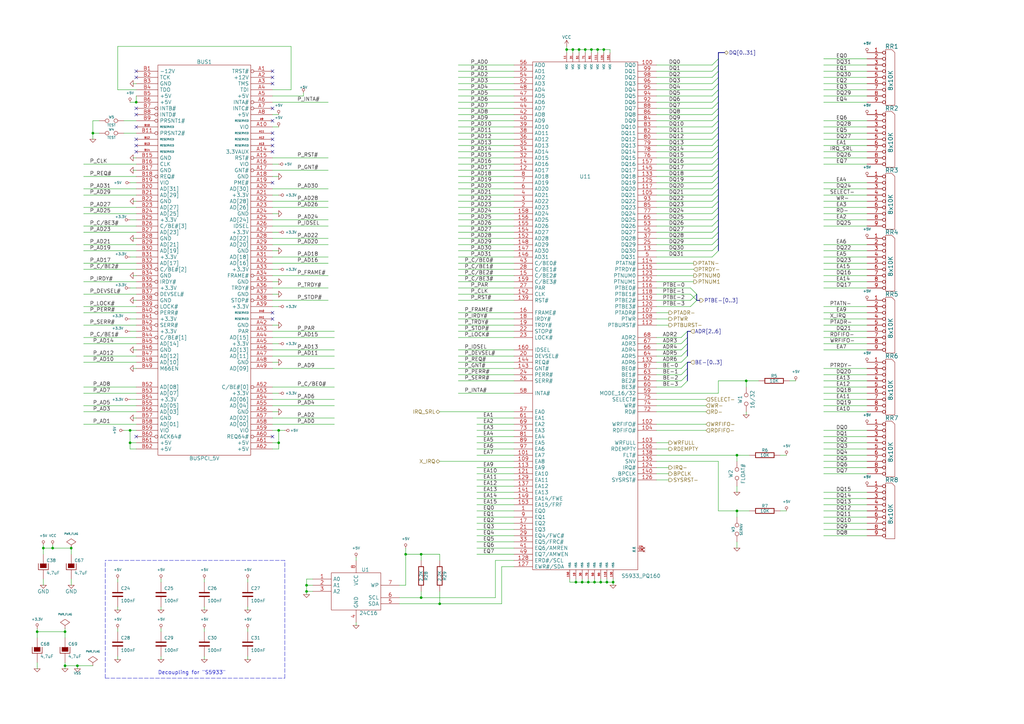
<source format=kicad_sch>
(kicad_sch (version 20231120) (generator "eeschema") (generator_version "8.0")
  (paper "A3")
  (title_block (title "Video") (date "Sun 22 Mar 2015") (rev "2.0B") (company "Kicad EDA") (comment 1 "Interface Bus PCI"))
  (junction (at 26.67 273.05) (diameter 0.9144))
  (junction (at 242.57 20.32))
  (junction (at 125.73 242.57) (diameter 0.9144))
  (junction (at 302.26 209.55) (diameter 0.9144))
  (junction (at 236.22 238.76))
  (junction (at 240.03 20.32))
  (junction (at 38.1 54.61) (diameter 0.9144))
  (junction (at 245.11 20.32))
  (junction (at 180.34 247.65) (diameter 0.9144))
  (junction (at 31.75 273.05) (diameter 0.9144))
  (junction (at 53.34 181.61) (diameter 0.9144))
  (junction (at 29.21 224.79) (diameter 0.9144))
  (junction (at 114.3 181.61) (diameter 0.9144))
  (junction (at 302.26 186.69) (diameter 0.9144))
  (junction (at 246.38 238.76))
  (junction (at 234.95 20.32))
  (junction (at 241.3 238.76))
  (junction (at 172.72 227.33) (diameter 0.9144))
  (junction (at 26.67 259.08) (diameter 0.9144))
  (junction (at 251.46 238.76))
  (junction (at 243.84 238.76))
  (junction (at 55.88 41.91) (diameter 0.9144))
  (junction (at 248.92 238.76))
  (junction (at 17.78 224.79) (diameter 0.9144))
  (junction (at 237.49 20.32))
  (junction (at 53.34 176.53) (diameter 0.9144))
  (junction (at 166.37 227.33) (diameter 0.9144))
  (junction (at 306.07 156.21) (diameter 0.9144))
  (junction (at 238.76 238.76))
  (junction (at 125.73 240.03) (diameter 0.9144))
  (junction (at 247.65 20.32))
  (junction (at 232.41 20.32))
  (junction (at 114.3 176.53) (diameter 0.9144))
  (junction (at 15.24 259.08) (diameter 0.9144))
  (junction (at 21.59 224.79) (diameter 0.9144))
  (junction (at 172.72 245.11) (diameter 0.9144))
  (no_connect (at 55.88 44.45))
  (no_connect (at 55.88 52.07))
  (no_connect (at 111.76 54.61))
  (no_connect (at 111.76 62.23))
  (no_connect (at 111.76 49.53))
  (no_connect (at 111.76 59.69))
  (no_connect (at 111.76 31.75))
  (no_connect (at 111.76 44.45))
  (no_connect (at 111.76 34.29))
  (no_connect (at 111.76 57.15))
  (no_connect (at 111.76 29.21))
  (no_connect (at 111.76 128.27))
  (no_connect (at 111.76 74.93))
  (no_connect (at 55.88 59.69))
  (no_connect (at 55.88 62.23))
  (no_connect (at 55.88 31.75))
  (no_connect (at 55.88 179.07))
  (no_connect (at 55.88 57.15))
  (no_connect (at 55.88 46.99))
  (no_connect (at 111.76 179.07))
  (no_connect (at 111.76 130.81))
  (no_connect (at 55.88 29.21))
  (bus_entry (at 279.4 146.05) (size 2.54 -2.54) (stroke (width 0.1524)))
  (bus_entry (at 292.1 77.47) (size 2.54 -2.54) (stroke (width 0.1524)))
  (bus_entry (at 292.1 29.21) (size 2.54 -2.54) (stroke (width 0.1524)))
  (bus_entry (at 292.1 62.23) (size 2.54 -2.54) (stroke (width 0.1524)))
  (bus_entry (at 292.1 87.63) (size 2.54 -2.54) (stroke (width 0.1524)))
  (bus_entry (at 292.1 26.67) (size 2.54 -2.54) (stroke (width 0.1524)))
  (bus_entry (at 292.1 80.01) (size 2.54 -2.54) (stroke (width 0.1524)))
  (bus_entry (at 292.1 39.37) (size 2.54 -2.54) (stroke (width 0.1524)))
  (bus_entry (at 292.1 49.53) (size 2.54 -2.54) (stroke (width 0.1524)))
  (bus_entry (at 292.1 102.87) (size 2.54 -2.54) (stroke (width 0.1524)))
  (bus_entry (at 292.1 36.83) (size 2.54 -2.54) (stroke (width 0.1524)))
  (bus_entry (at 279.4 148.59) (size 2.54 -2.54) (stroke (width 0.1524)))
  (bus_entry (at 283.21 120.65) (size 2.54 2.54) (stroke (width 0.1524)))
  (bus_entry (at 292.1 52.07) (size 2.54 -2.54) (stroke (width 0.1524)))
  (bus_entry (at 279.4 140.97) (size 2.54 -2.54) (stroke (width 0.1524)))
  (bus_entry (at 292.1 34.29) (size 2.54 -2.54) (stroke (width 0.1524)))
  (bus_entry (at 292.1 82.55) (size 2.54 -2.54) (stroke (width 0.1524)))
  (bus_entry (at 292.1 46.99) (size 2.54 -2.54) (stroke (width 0.1524)))
  (bus_entry (at 279.4 151.13) (size 2.54 -2.54) (stroke (width 0.1524)))
  (bus_entry (at 283.21 118.11) (size 2.54 2.54) (stroke (width 0.1524)))
  (bus_entry (at 292.1 85.09) (size 2.54 -2.54) (stroke (width 0.1524)))
  (bus_entry (at 279.4 156.21) (size 2.54 -2.54) (stroke (width 0.1524)))
  (bus_entry (at 292.1 67.31) (size 2.54 -2.54) (stroke (width 0.1524)))
  (bus_entry (at 292.1 95.25) (size 2.54 -2.54) (stroke (width 0.1524)))
  (bus_entry (at 292.1 41.91) (size 2.54 -2.54) (stroke (width 0.1524)))
  (bus_entry (at 292.1 74.93) (size 2.54 -2.54) (stroke (width 0.1524)))
  (bus_entry (at 283.21 123.19) (size 2.54 -2.54) (stroke (width 0.1524)))
  (bus_entry (at 292.1 64.77) (size 2.54 -2.54) (stroke (width 0.1524)))
  (bus_entry (at 292.1 92.71) (size 2.54 -2.54) (stroke (width 0.1524)))
  (bus_entry (at 292.1 69.85) (size 2.54 -2.54) (stroke (width 0.1524)))
  (bus_entry (at 279.4 153.67) (size 2.54 -2.54) (stroke (width 0.1524)))
  (bus_entry (at 283.21 125.73) (size 2.54 -2.54) (stroke (width 0.1524)))
  (bus_entry (at 292.1 54.61) (size 2.54 -2.54) (stroke (width 0.1524)))
  (bus_entry (at 279.4 138.43) (size 2.54 -2.54) (stroke (width 0.1524)))
  (bus_entry (at 292.1 105.41) (size 2.54 -2.54) (stroke (width 0.1524)))
  (bus_entry (at 292.1 31.75) (size 2.54 -2.54) (stroke (width 0.1524)))
  (bus_entry (at 292.1 59.69) (size 2.54 -2.54) (stroke (width 0.1524)))
  (bus_entry (at 292.1 57.15) (size 2.54 -2.54) (stroke (width 0.1524)))
  (bus_entry (at 292.1 72.39) (size 2.54 -2.54) (stroke (width 0.1524)))
  (bus_entry (at 292.1 100.33) (size 2.54 -2.54) (stroke (width 0.1524)))
  (bus_entry (at 279.4 143.51) (size 2.54 -2.54) (stroke (width 0.1524)))
  (bus_entry (at 279.4 158.75) (size 2.54 -2.54) (stroke (width 0.1524)))
  (bus_entry (at 292.1 90.17) (size 2.54 -2.54) (stroke (width 0.1524)))
  (bus_entry (at 292.1 44.45) (size 2.54 -2.54) (stroke (width 0.1524)))
  (bus_entry (at 292.1 97.79) (size 2.54 -2.54) (stroke (width 0.1524)))
  (wire (pts (xy 337.82 189.23) (xy 355.6 189.23)))
  (wire (pts (xy 269.24 151.13) (xy 279.4 151.13)))
  (wire (pts (xy 337.82 138.43) (xy 355.6 138.43)))
  (wire (pts (xy 240.03 20.32) (xy 240.03 21.59)))
  (wire (pts (xy 111.76 151.13) (xy 137.16 151.13)))
  (wire (pts (xy 269.24 173.99) (xy 289.56 173.99)))
  (wire (pts (xy 40.64 49.53) (xy 38.1 49.53)))
  (wire (pts (xy 48.26 248.92) (xy 48.26 250.19)))
  (wire (pts (xy 269.24 189.23) (xy 294.64 189.23)))
  (wire (pts (xy 195.58 191.77) (xy 210.82 191.77)))
  (wire (pts (xy 34.29 120.65) (xy 55.88 120.65)))
  (wire (pts (xy 269.24 196.85) (xy 274.32 196.85)))
  (wire (pts (xy 187.96 80.01) (xy 210.82 80.01)))
  (wire (pts (xy 269.24 72.39) (xy 292.1 72.39)))
  (wire (pts (xy 337.82 179.07) (xy 355.6 179.07)))
  (bus (pts (xy 294.64 21.59) (xy 294.64 24.13)))
  (wire (pts (xy 29.21 237.49) (xy 29.21 240.03)))
  (wire (pts (xy 38.1 54.61) (xy 40.64 54.61)))
  (wire (pts (xy 247.65 20.32) (xy 247.65 21.59)))
  (wire (pts (xy 203.2 245.11) (xy 203.2 229.87)))
  (wire (pts (xy 245.11 20.32) (xy 247.65 20.32)))
  (wire (pts (xy 250.19 20.32) (xy 250.19 21.59)))
  (wire (pts (xy 337.82 85.09) (xy 355.6 85.09)))
  (wire (pts (xy 337.82 52.07) (xy 355.6 52.07)))
  (wire (pts (xy 187.96 62.23) (xy 210.82 62.23)))
  (wire (pts (xy 17.78 224.79) (xy 17.78 227.33)))
  (wire (pts (xy 111.76 69.85) (xy 134.62 69.85)))
  (wire (pts (xy 111.76 41.91) (xy 134.62 41.91)))
  (wire (pts (xy 34.29 148.59) (xy 55.88 148.59)))
  (wire (pts (xy 26.67 259.08) (xy 26.67 261.62)))
  (wire (pts (xy 195.58 219.71) (xy 210.82 219.71)))
  (wire (pts (xy 111.76 72.39) (xy 114.3 72.39)))
  (wire (pts (xy 269.24 29.21) (xy 292.1 29.21)))
  (bus (pts (xy 281.94 148.59) (xy 281.94 151.13)))
  (wire (pts (xy 125.73 237.49) (xy 125.73 240.03)))
  (wire (pts (xy 302.26 186.69) (xy 307.34 186.69)))
  (wire (pts (xy 337.82 92.71) (xy 355.6 92.71)))
  (wire (pts (xy 195.58 196.85) (xy 210.82 196.85)))
  (wire (pts (xy 83.82 237.49) (xy 83.82 238.76)))
  (wire (pts (xy 337.82 204.47) (xy 355.6 204.47)))
  (wire (pts (xy 50.8 49.53) (xy 55.88 49.53)))
  (wire (pts (xy 111.76 100.33) (xy 134.62 100.33)))
  (bus (pts (xy 294.64 24.13) (xy 294.64 26.67)))
  (wire (pts (xy 34.29 115.57) (xy 55.88 115.57)))
  (wire (pts (xy 54.61 171.45) (xy 55.88 171.45)))
  (wire (pts (xy 246.38 237.49) (xy 246.38 238.76)))
  (wire (pts (xy 166.37 227.33) (xy 166.37 240.03)))
  (wire (pts (xy 337.82 57.15) (xy 355.6 57.15)))
  (wire (pts (xy 269.24 62.23) (xy 292.1 62.23)))
  (wire (pts (xy 34.29 72.39) (xy 55.88 72.39)))
  (wire (pts (xy 34.29 146.05) (xy 55.88 146.05)))
  (wire (pts (xy 187.96 54.61) (xy 210.82 54.61)))
  (wire (pts (xy 111.76 181.61) (xy 114.3 181.61)))
  (wire (pts (xy 101.6 257.81) (xy 101.6 259.08)))
  (wire (pts (xy 187.96 31.75) (xy 210.82 31.75)))
  (wire (pts (xy 187.96 113.03) (xy 210.82 113.03)))
  (wire (pts (xy 180.34 247.65) (xy 205.74 247.65)))
  (wire (pts (xy 187.96 105.41) (xy 210.82 105.41)))
  (wire (pts (xy 248.92 237.49) (xy 248.92 238.76)))
  (wire (pts (xy 337.82 207.01) (xy 355.6 207.01)))
  (bus (pts (xy 294.64 34.29) (xy 294.64 36.83)))
  (wire (pts (xy 53.34 135.89) (xy 55.88 135.89)))
  (wire (pts (xy 302.26 199.39) (xy 302.26 201.93)))
  (wire (pts (xy 195.58 176.53) (xy 210.82 176.53)))
  (wire (pts (xy 187.96 64.77) (xy 210.82 64.77)))
  (wire (pts (xy 54.61 97.79) (xy 55.88 97.79)))
  (wire (pts (xy 241.3 237.49) (xy 241.3 238.76)))
  (wire (pts (xy 111.76 80.01) (xy 114.3 80.01)))
  (wire (pts (xy 337.82 153.67) (xy 355.6 153.67)))
  (wire (pts (xy 337.82 59.69) (xy 355.6 59.69)))
  (wire (pts (xy 337.82 133.35) (xy 355.6 133.35)))
  (wire (pts (xy 232.41 20.32) (xy 232.41 21.59)))
  (wire (pts (xy 337.82 143.51) (xy 355.6 143.51)))
  (wire (pts (xy 66.04 250.19) (xy 66.04 248.92)))
  (wire (pts (xy 55.88 151.13) (xy 54.61 151.13)))
  (wire (pts (xy 172.72 227.33) (xy 180.34 227.33)))
  (wire (pts (xy 111.76 36.83) (xy 119.38 36.83)))
  (wire (pts (xy 187.96 115.57) (xy 210.82 115.57)))
  (wire (pts (xy 187.96 52.07) (xy 210.82 52.07)))
  (wire (pts (xy 55.88 123.19) (xy 54.61 123.19)))
  (wire (pts (xy 34.29 138.43) (xy 55.88 138.43)))
  (wire (pts (xy 236.22 238.76) (xy 238.76 238.76)))
  (wire (pts (xy 242.57 20.32) (xy 242.57 21.59)))
  (wire (pts (xy 111.76 163.83) (xy 137.16 163.83)))
  (wire (pts (xy 269.24 181.61) (xy 274.32 181.61)))
  (wire (pts (xy 269.24 100.33) (xy 292.1 100.33)))
  (wire (pts (xy 241.3 238.76) (xy 243.84 238.76)))
  (wire (pts (xy 232.41 20.32) (xy 234.95 20.32)))
  (wire (pts (xy 337.82 191.77) (xy 355.6 191.77)))
  (bus (pts (xy 294.64 80.01) (xy 294.64 82.55)))
  (wire (pts (xy 195.58 201.93) (xy 210.82 201.93)))
  (wire (pts (xy 187.96 156.21) (xy 210.82 156.21)))
  (wire (pts (xy 66.04 257.81) (xy 66.04 259.08)))
  (bus (pts (xy 294.64 44.45) (xy 294.64 46.99)))
  (wire (pts (xy 111.76 123.19) (xy 134.62 123.19)))
  (wire (pts (xy 111.76 85.09) (xy 134.62 85.09)))
  (wire (pts (xy 294.64 161.29) (xy 294.64 156.21)))
  (wire (pts (xy 163.83 247.65) (xy 180.34 247.65)))
  (wire (pts (xy 21.59 223.52) (xy 21.59 224.79)))
  (polyline (pts (xy 43.18 278.13) (xy 116.84 278.13)) (stroke (width 0) (type dash)))
  (wire (pts (xy 337.82 41.91) (xy 355.6 41.91)))
  (wire (pts (xy 337.82 110.49) (xy 355.6 110.49)))
  (wire (pts (xy 337.82 135.89) (xy 355.6 135.89)))
  (wire (pts (xy 26.67 273.05) (xy 31.75 273.05)))
  (wire (pts (xy 55.88 39.37) (xy 55.88 41.91)))
  (wire (pts (xy 34.29 110.49) (xy 55.88 110.49)))
  (wire (pts (xy 306.07 156.21) (xy 311.15 156.21)))
  (wire (pts (xy 269.24 82.55) (xy 292.1 82.55)))
  (wire (pts (xy 53.34 130.81) (xy 55.88 130.81)))
  (wire (pts (xy 111.76 52.07) (xy 114.3 52.07)))
  (wire (pts (xy 187.96 123.19) (xy 210.82 123.19)))
  (wire (pts (xy 21.59 224.79) (xy 29.21 224.79)))
  (wire (pts (xy 111.76 118.11) (xy 134.62 118.11)))
  (wire (pts (xy 210.82 229.87) (xy 203.2 229.87)))
  (wire (pts (xy 111.76 95.25) (xy 114.3 95.25)))
  (wire (pts (xy 125.73 240.03) (xy 125.73 242.57)))
  (wire (pts (xy 166.37 224.79) (xy 166.37 227.33)))
  (wire (pts (xy 323.85 156.21) (xy 326.39 156.21)))
  (bus (pts (xy 281.94 143.51) (xy 281.94 146.05)))
  (wire (pts (xy 269.24 128.27) (xy 274.32 128.27)))
  (wire (pts (xy 337.82 82.55) (xy 355.6 82.55)))
  (wire (pts (xy 111.76 138.43) (xy 137.16 138.43)))
  (wire (pts (xy 111.76 115.57) (xy 114.3 115.57)))
  (wire (pts (xy 34.29 95.25) (xy 55.88 95.25)))
  (wire (pts (xy 34.29 161.29) (xy 55.88 161.29)))
  (wire (pts (xy 337.82 49.53) (xy 355.6 49.53)))
  (wire (pts (xy 34.29 102.87) (xy 55.88 102.87)))
  (wire (pts (xy 111.76 87.63) (xy 114.3 87.63)))
  (wire (pts (xy 269.24 59.69) (xy 292.1 59.69)))
  (wire (pts (xy 269.24 107.95) (xy 284.48 107.95)))
  (wire (pts (xy 337.82 64.77) (xy 355.6 64.77)))
  (wire (pts (xy 48.26 19.05) (xy 119.38 19.05)))
  (wire (pts (xy 269.24 140.97) (xy 279.4 140.97)))
  (wire (pts (xy 269.24 148.59) (xy 279.4 148.59)))
  (wire (pts (xy 238.76 238.76) (xy 241.3 238.76)))
  (bus (pts (xy 294.64 77.47) (xy 294.64 80.01)))
  (wire (pts (xy 269.24 54.61) (xy 292.1 54.61)))
  (wire (pts (xy 232.41 19.05) (xy 232.41 20.32)))
  (bus (pts (xy 287.02 123.19) (xy 285.75 123.19)))
  (wire (pts (xy 302.26 186.69) (xy 302.26 189.23)))
  (wire (pts (xy 242.57 20.32) (xy 245.11 20.32)))
  (wire (pts (xy 187.96 59.69) (xy 210.82 59.69)))
  (wire (pts (xy 269.24 168.91) (xy 289.56 168.91)))
  (wire (pts (xy 337.82 156.21) (xy 355.6 156.21)))
  (wire (pts (xy 195.58 224.79) (xy 210.82 224.79)))
  (wire (pts (xy 111.76 173.99) (xy 137.16 173.99)))
  (bus (pts (xy 294.64 90.17) (xy 294.64 92.71)))
  (wire (pts (xy 114.3 176.53) (xy 114.3 181.61)))
  (wire (pts (xy 269.24 118.11) (xy 283.21 118.11)))
  (wire (pts (xy 187.96 130.81) (xy 210.82 130.81)))
  (wire (pts (xy 233.68 237.49) (xy 233.68 238.76)))
  (wire (pts (xy 34.29 168.91) (xy 55.88 168.91)))
  (wire (pts (xy 187.96 100.33) (xy 210.82 100.33)))
  (wire (pts (xy 302.26 222.25) (xy 302.26 224.79)))
  (wire (pts (xy 34.29 100.33) (xy 55.88 100.33)))
  (wire (pts (xy 111.76 46.99) (xy 114.3 46.99)))
  (wire (pts (xy 269.24 77.47) (xy 292.1 77.47)))
  (wire (pts (xy 269.24 67.31) (xy 292.1 67.31)))
  (wire (pts (xy 195.58 204.47) (xy 210.82 204.47)))
  (wire (pts (xy 55.88 34.29) (xy 54.61 34.29)))
  (bus (pts (xy 294.64 85.09) (xy 294.64 87.63)))
  (wire (pts (xy 34.29 107.95) (xy 55.88 107.95)))
  (wire (pts (xy 187.96 29.21) (xy 210.82 29.21)))
  (wire (pts (xy 187.96 85.09) (xy 210.82 85.09)))
  (wire (pts (xy 53.34 184.15) (xy 55.88 184.15)))
  (wire (pts (xy 269.24 57.15) (xy 292.1 57.15)))
  (wire (pts (xy 34.29 140.97) (xy 55.88 140.97)))
  (wire (pts (xy 234.95 20.32) (xy 234.95 21.59)))
  (wire (pts (xy 111.76 82.55) (xy 134.62 82.55)))
  (wire (pts (xy 269.24 87.63) (xy 292.1 87.63)))
  (wire (pts (xy 48.26 269.24) (xy 48.26 270.51)))
  (wire (pts (xy 125.73 242.57) (xy 125.73 243.84)))
  (wire (pts (xy 187.96 49.53) (xy 210.82 49.53)))
  (wire (pts (xy 337.82 214.63) (xy 355.6 214.63)))
  (wire (pts (xy 53.34 118.11) (xy 55.88 118.11)))
  (wire (pts (xy 111.76 113.03) (xy 134.62 113.03)))
  (wire (pts (xy 54.61 82.55) (xy 55.88 82.55)))
  (bus (pts (xy 294.64 54.61) (xy 294.64 57.15)))
  (wire (pts (xy 269.24 138.43) (xy 279.4 138.43)))
  (wire (pts (xy 269.24 163.83) (xy 289.56 163.83)))
  (wire (pts (xy 125.73 237.49) (xy 128.27 237.49)))
  (wire (pts (xy 187.96 97.79) (xy 210.82 97.79)))
  (wire (pts (xy 205.74 247.65) (xy 205.74 232.41)))
  (wire (pts (xy 187.96 146.05) (xy 210.82 146.05)))
  (wire (pts (xy 210.82 232.41) (xy 205.74 232.41)))
  (wire (pts (xy 195.58 179.07) (xy 210.82 179.07)))
  (bus (pts (xy 294.64 82.55) (xy 294.64 85.09)))
  (wire (pts (xy 66.04 238.76) (xy 66.04 237.49)))
  (wire (pts (xy 269.24 64.77) (xy 292.1 64.77)))
  (wire (pts (xy 187.96 26.67) (xy 210.82 26.67)))
  (wire (pts (xy 187.96 44.45) (xy 210.82 44.45)))
  (wire (pts (xy 269.24 36.83) (xy 292.1 36.83)))
  (wire (pts (xy 111.76 67.31) (xy 114.3 67.31)))
  (wire (pts (xy 187.96 128.27) (xy 210.82 128.27)))
  (wire (pts (xy 337.82 67.31) (xy 355.6 67.31)))
  (bus (pts (xy 294.64 52.07) (xy 294.64 54.61)))
  (wire (pts (xy 251.46 237.49) (xy 251.46 238.76)))
  (wire (pts (xy 111.76 102.87) (xy 114.3 102.87)))
  (wire (pts (xy 337.82 125.73) (xy 355.6 125.73)))
  (wire (pts (xy 187.96 87.63) (xy 210.82 87.63)))
  (wire (pts (xy 111.76 176.53) (xy 114.3 176.53)))
  (wire (pts (xy 240.03 20.32) (xy 242.57 20.32)))
  (wire (pts (xy 50.8 176.53) (xy 53.34 176.53)))
  (wire (pts (xy 180.34 189.23) (xy 210.82 189.23)))
  (wire (pts (xy 187.96 138.43) (xy 210.82 138.43)))
  (wire (pts (xy 187.96 110.49) (xy 210.82 110.49)))
  (wire (pts (xy 187.96 72.39) (xy 210.82 72.39)))
  (wire (pts (xy 195.58 171.45) (xy 210.82 171.45)))
  (wire (pts (xy 337.82 163.83) (xy 355.6 163.83)))
  (wire (pts (xy 269.24 191.77) (xy 274.32 191.77)))
  (wire (pts (xy 269.24 161.29) (xy 294.64 161.29)))
  (bus (pts (xy 294.64 57.15) (xy 294.64 59.69)))
  (wire (pts (xy 34.29 133.35) (xy 55.88 133.35)))
  (wire (pts (xy 243.84 238.76) (xy 246.38 238.76)))
  (wire (pts (xy 187.96 143.51) (xy 210.82 143.51)))
  (wire (pts (xy 101.6 237.49) (xy 101.6 238.76)))
  (wire (pts (xy 195.58 222.25) (xy 210.82 222.25)))
  (wire (pts (xy 320.04 209.55) (xy 322.58 209.55)))
  (wire (pts (xy 269.24 41.91) (xy 292.1 41.91)))
  (wire (pts (xy 187.96 74.93) (xy 210.82 74.93)))
  (wire (pts (xy 55.88 113.03) (xy 54.61 113.03)))
  (wire (pts (xy 111.76 133.35) (xy 114.3 133.35)))
  (wire (pts (xy 172.72 227.33) (xy 172.72 229.87)))
  (wire (pts (xy 269.24 92.71) (xy 292.1 92.71)))
  (wire (pts (xy 195.58 181.61) (xy 210.82 181.61)))
  (wire (pts (xy 246.38 238.76) (xy 248.92 238.76)))
  (wire (pts (xy 166.37 240.03) (xy 163.83 240.03)))
  (wire (pts (xy 187.96 148.59) (xy 210.82 148.59)))
  (wire (pts (xy 195.58 186.69) (xy 210.82 186.69)))
  (wire (pts (xy 55.88 36.83) (xy 48.26 36.83)))
  (wire (pts (xy 187.96 95.25) (xy 210.82 95.25)))
  (wire (pts (xy 54.61 143.51) (xy 55.88 143.51)))
  (wire (pts (xy 269.24 194.31) (xy 274.32 194.31)))
  (wire (pts (xy 34.29 173.99) (xy 55.88 173.99)))
  (wire (pts (xy 269.24 123.19) (xy 283.21 123.19)))
  (bus (pts (xy 294.64 67.31) (xy 294.64 69.85)))
  (wire (pts (xy 53.34 74.93) (xy 55.88 74.93)))
  (wire (pts (xy 187.96 46.99) (xy 210.82 46.99)))
  (wire (pts (xy 337.82 140.97) (xy 355.6 140.97)))
  (bus (pts (xy 294.64 31.75) (xy 294.64 34.29)))
  (bus (pts (xy 294.64 92.71) (xy 294.64 95.25)))
  (bus (pts (xy 281.94 148.59) (xy 283.21 148.59)))
  (wire (pts (xy 53.34 105.41) (xy 55.88 105.41)))
  (wire (pts (xy 180.34 227.33) (xy 180.34 229.87)))
  (wire (pts (xy 101.6 269.24) (xy 101.6 270.51)))
  (wire (pts (xy 111.76 92.71) (xy 134.62 92.71)))
  (wire (pts (xy 195.58 184.15) (xy 210.82 184.15)))
  (wire (pts (xy 269.24 97.79) (xy 292.1 97.79)))
  (wire (pts (xy 269.24 34.29) (xy 292.1 34.29)))
  (wire (pts (xy 195.58 207.01) (xy 210.82 207.01)))
  (wire (pts (xy 195.58 217.17) (xy 210.82 217.17)))
  (wire (pts (xy 251.46 238.76) (xy 251.46 240.03)))
  (bus (pts (xy 281.94 140.97) (xy 281.94 143.51)))
  (wire (pts (xy 48.26 257.81) (xy 48.26 259.08)))
  (bus (pts (xy 294.64 49.53) (xy 294.64 52.07)))
  (wire (pts (xy 337.82 161.29) (xy 355.6 161.29)))
  (wire (pts (xy 15.24 257.81) (xy 15.24 259.08)))
  (wire (pts (xy 195.58 199.39) (xy 210.82 199.39)))
  (wire (pts (xy 195.58 214.63) (xy 210.82 214.63)))
  (wire (pts (xy 269.24 39.37) (xy 292.1 39.37)))
  (wire (pts (xy 337.82 31.75) (xy 355.6 31.75)))
  (wire (pts (xy 26.67 273.05) (xy 26.67 274.32)))
  (wire (pts (xy 31.75 273.05) (xy 31.75 274.32)))
  (wire (pts (xy 269.24 166.37) (xy 289.56 166.37)))
  (wire (pts (xy 306.07 156.21) (xy 306.07 158.75)))
  (wire (pts (xy 269.24 69.85) (xy 292.1 69.85)))
  (wire (pts (xy 269.24 95.25) (xy 292.1 95.25)))
  (bus (pts (xy 294.64 72.39) (xy 294.64 74.93)))
  (wire (pts (xy 111.76 171.45) (xy 137.16 171.45)))
  (wire (pts (xy 111.76 158.75) (xy 137.16 158.75)))
  (wire (pts (xy 269.24 44.45) (xy 292.1 44.45)))
  (wire (pts (xy 269.24 153.67) (xy 279.4 153.67)))
  (wire (pts (xy 83.82 250.19) (xy 83.82 248.92)))
  (wire (pts (xy 166.37 227.33) (xy 172.72 227.33)))
  (wire (pts (xy 337.82 24.13) (xy 355.6 24.13)))
  (bus (pts (xy 294.64 36.83) (xy 294.64 39.37)))
  (bus (pts (xy 285.75 123.19) (xy 285.75 120.65)))
  (wire (pts (xy 187.96 41.91) (xy 210.82 41.91)))
  (wire (pts (xy 34.29 77.47) (xy 55.88 77.47)))
  (bus (pts (xy 294.64 29.21) (xy 294.64 31.75)))
  (wire (pts (xy 243.84 237.49) (xy 243.84 238.76)))
  (wire (pts (xy 187.96 39.37) (xy 210.82 39.37)))
  (bus (pts (xy 294.64 64.77) (xy 294.64 67.31)))
  (wire (pts (xy 187.96 34.29) (xy 210.82 34.29)))
  (bus (pts (xy 294.64 97.79) (xy 294.64 100.33)))
  (wire (pts (xy 111.76 143.51) (xy 137.16 143.51)))
  (wire (pts (xy 180.34 168.91) (xy 210.82 168.91)))
  (bus (pts (xy 294.64 87.63) (xy 294.64 90.17)))
  (bus (pts (xy 281.94 151.13) (xy 281.94 153.67)))
  (wire (pts (xy 15.24 259.08) (xy 26.67 259.08)))
  (wire (pts (xy 269.24 158.75) (xy 279.4 158.75)))
  (wire (pts (xy 187.96 92.71) (xy 210.82 92.71)))
  (wire (pts (xy 146.05 228.6) (xy 146.05 229.87)))
  (wire (pts (xy 294.64 189.23) (xy 294.64 209.55)))
  (wire (pts (xy 187.96 67.31) (xy 210.82 67.31)))
  (wire (pts (xy 269.24 130.81) (xy 274.32 130.81)))
  (wire (pts (xy 337.82 107.95) (xy 355.6 107.95)))
  (wire (pts (xy 337.82 158.75) (xy 355.6 158.75)))
  (wire (pts (xy 15.24 271.78) (xy 15.24 274.32)))
  (wire (pts (xy 269.24 90.17) (xy 292.1 90.17)))
  (wire (pts (xy 34.29 158.75) (xy 55.88 158.75)))
  (wire (pts (xy 111.76 39.37) (xy 124.46 39.37)))
  (wire (pts (xy 337.82 194.31) (xy 355.6 194.31)))
  (bus (pts (xy 281.94 153.67) (xy 281.94 156.21)))
  (wire (pts (xy 337.82 100.33) (xy 355.6 100.33)))
  (wire (pts (xy 111.76 64.77) (xy 134.62 64.77)))
  (wire (pts (xy 34.29 125.73) (xy 55.88 125.73)))
  (wire (pts (xy 269.24 113.03) (xy 284.48 113.03)))
  (wire (pts (xy 337.82 105.41) (xy 355.6 105.41)))
  (wire (pts (xy 146.05 255.27) (xy 146.05 256.54)))
  (wire (pts (xy 269.24 105.41) (xy 292.1 105.41)))
  (wire (pts (xy 306.07 170.18) (xy 306.07 168.91)))
  (wire (pts (xy 34.29 92.71) (xy 55.88 92.71)))
  (wire (pts (xy 163.83 245.11) (xy 172.72 245.11)))
  (wire (pts (xy 269.24 26.67) (xy 292.1 26.67)))
  (wire (pts (xy 34.29 80.01) (xy 55.88 80.01)))
  (wire (pts (xy 119.38 36.83) (xy 119.38 19.05)))
  (wire (pts (xy 53.34 176.53) (xy 53.34 181.61)))
  (wire (pts (xy 187.96 90.17) (xy 210.82 90.17)))
  (wire (pts (xy 187.96 151.13) (xy 210.82 151.13)))
  (wire (pts (xy 111.76 77.47) (xy 134.62 77.47)))
  (wire (pts (xy 233.68 238.76) (xy 236.22 238.76)))
  (wire (pts (xy 269.24 85.09) (xy 292.1 85.09)))
  (wire (pts (xy 269.24 110.49) (xy 284.48 110.49)))
  (wire (pts (xy 26.67 257.81) (xy 26.67 259.08)))
  (wire (pts (xy 172.72 245.11) (xy 203.2 245.11)))
  (wire (pts (xy 269.24 74.93) (xy 292.1 74.93)))
  (wire (pts (xy 187.96 118.11) (xy 210.82 118.11)))
  (wire (pts (xy 337.82 212.09) (xy 355.6 212.09)))
  (bus (pts (xy 281.94 138.43) (xy 281.94 140.97)))
  (bus (pts (xy 294.64 62.23) (xy 294.64 64.77)))
  (wire (pts (xy 114.3 176.53) (xy 116.84 176.53)))
  (wire (pts (xy 34.29 85.09) (xy 55.88 85.09)))
  (wire (pts (xy 29.21 224.79) (xy 29.21 227.33)))
  (wire (pts (xy 111.76 146.05) (xy 137.16 146.05)))
  (bus (pts (xy 294.64 21.59) (xy 297.18 21.59)))
  (wire (pts (xy 125.73 240.03) (xy 128.27 240.03)))
  (wire (pts (xy 111.76 166.37) (xy 137.16 166.37)))
  (wire (pts (xy 269.24 143.51) (xy 279.4 143.51)))
  (wire (pts (xy 337.82 102.87) (xy 355.6 102.87)))
  (bus (pts (xy 281.94 135.89) (xy 281.94 138.43)))
  (wire (pts (xy 66.04 269.24) (xy 66.04 270.51)))
  (wire (pts (xy 187.96 107.95) (xy 210.82 107.95)))
  (bus (pts (xy 294.64 74.93) (xy 294.64 77.47)))
  (wire (pts (xy 55.88 41.91) (xy 53.34 41.91)))
  (wire (pts (xy 111.76 125.73) (xy 114.3 125.73)))
  (bus (pts (xy 294.64 39.37) (xy 294.64 41.91)))
  (wire (pts (xy 269.24 80.01) (xy 292.1 80.01)))
  (wire (pts (xy 111.76 110.49) (xy 114.3 110.49)))
  (wire (pts (xy 180.34 242.57) (xy 180.34 247.65)))
  (wire (pts (xy 269.24 186.69) (xy 302.26 186.69)))
  (wire (pts (xy 195.58 173.99) (xy 210.82 173.99)))
  (wire (pts (xy 237.49 20.32) (xy 240.03 20.32)))
  (wire (pts (xy 15.24 259.08) (xy 15.24 261.62)))
  (wire (pts (xy 53.34 176.53) (xy 55.88 176.53)))
  (polyline (pts (xy 116.84 229.87) (xy 43.18 229.87)) (stroke (width 0) (type dash)))
  (wire (pts (xy 337.82 29.21) (xy 355.6 29.21)))
  (wire (pts (xy 337.82 62.23) (xy 355.6 62.23)))
  (wire (pts (xy 187.96 120.65) (xy 210.82 120.65)))
  (wire (pts (xy 337.82 128.27) (xy 355.6 128.27)))
  (wire (pts (xy 187.96 102.87) (xy 210.82 102.87)))
  (wire (pts (xy 83.82 269.24) (xy 83.82 270.51)))
  (wire (pts (xy 269.24 156.21) (xy 279.4 156.21)))
  (wire (pts (xy 187.96 135.89) (xy 210.82 135.89)))
  (wire (pts (xy 269.24 133.35) (xy 274.32 133.35)))
  (wire (pts (xy 269.24 102.87) (xy 292.1 102.87)))
  (wire (pts (xy 337.82 166.37) (xy 355.6 166.37)))
  (wire (pts (xy 83.82 259.08) (xy 83.82 257.81)))
  (wire (pts (xy 34.29 166.37) (xy 55.88 166.37)))
  (wire (pts (xy 269.24 52.07) (xy 292.1 52.07)))
  (wire (pts (xy 187.96 153.67) (xy 210.82 153.67)))
  (wire (pts (xy 337.82 74.93) (xy 355.6 74.93)))
  (wire (pts (xy 195.58 209.55) (xy 210.82 209.55)))
  (wire (pts (xy 114.3 184.15) (xy 111.76 184.15)))
  (wire (pts (xy 337.82 113.03) (xy 355.6 113.03)))
  (wire (pts (xy 187.96 57.15) (xy 210.82 57.15)))
  (wire (pts (xy 48.26 36.83) (xy 48.26 19.05)))
  (wire (pts (xy 337.82 118.11) (xy 355.6 118.11)))
  (wire (pts (xy 337.82 39.37) (xy 355.6 39.37)))
  (wire (pts (xy 187.96 69.85) (xy 210.82 69.85)))
  (wire (pts (xy 38.1 49.53) (xy 38.1 54.61)))
  (wire (pts (xy 195.58 212.09) (xy 210.82 212.09)))
  (wire (pts (xy 269.24 146.05) (xy 279.4 146.05)))
  (wire (pts (xy 302.26 209.55) (xy 302.26 212.09)))
  (wire (pts (xy 337.82 77.47) (xy 355.6 77.47)))
  (wire (pts (xy 125.73 242.57) (xy 128.27 242.57)))
  (wire (pts (xy 294.64 209.55) (xy 302.26 209.55)))
  (wire (pts (xy 111.76 135.89) (xy 137.16 135.89)))
  (wire (pts (xy 269.24 46.99) (xy 292.1 46.99)))
  (wire (pts (xy 187.96 77.47) (xy 210.82 77.47)))
  (wire (pts (xy 238.76 237.49) (xy 238.76 238.76)))
  (wire (pts (xy 111.76 161.29) (xy 114.3 161.29)))
  (wire (pts (xy 237.49 20.32) (xy 237.49 21.59)))
  (wire (pts (xy 53.34 181.61) (xy 53.34 184.15)))
  (wire (pts (xy 124.46 39.37) (xy 124.46 38.1)))
  (wire (pts (xy 111.76 168.91) (xy 114.3 168.91)))
  (bus (pts (xy 294.64 69.85) (xy 294.64 72.39)))
  (wire (pts (xy 245.11 20.32) (xy 245.11 21.59)))
  (wire (pts (xy 111.76 107.95) (xy 134.62 107.95)))
  (wire (pts (xy 101.6 250.19) (xy 101.6 248.92)))
  (wire (pts (xy 337.82 186.69) (xy 355.6 186.69)))
  (wire (pts (xy 269.24 125.73) (xy 283.21 125.73)))
  (wire (pts (xy 337.82 184.15) (xy 355.6 184.15)))
  (wire (pts (xy 111.76 90.17) (xy 134.62 90.17)))
  (wire (pts (xy 195.58 194.31) (xy 210.82 194.31)))
  (polyline (pts (xy 116.84 278.13) (xy 116.84 229.87)) (stroke (width 0) (type dash)))
  (wire (pts (xy 320.04 186.69) (xy 322.58 186.69)))
  (wire (pts (xy 234.95 20.32) (xy 237.49 20.32)))
  (wire (pts (xy 54.61 69.85) (xy 55.88 69.85)))
  (wire (pts (xy 195.58 227.33) (xy 210.82 227.33)))
  (wire (pts (xy 17.78 237.49) (xy 17.78 240.03)))
  (wire (pts (xy 294.64 156.21) (xy 306.07 156.21)))
  (wire (pts (xy 269.24 184.15) (xy 274.32 184.15)))
  (polyline (pts (xy 43.18 278.13) (xy 43.18 229.87)) (stroke (width 0) (type dash)))
  (wire (pts (xy 337.82 80.01) (xy 355.6 80.01)))
  (wire (pts (xy 337.82 181.61) (xy 355.6 181.61)))
  (wire (pts (xy 34.29 128.27) (xy 55.88 128.27)))
  (wire (pts (xy 53.34 163.83) (xy 55.88 163.83)))
  (bus (pts (xy 294.64 59.69) (xy 294.64 62.23)))
  (wire (pts (xy 111.76 120.65) (xy 114.3 120.65)))
  (wire (pts (xy 31.75 273.05) (xy 38.1 273.05)))
  (wire (pts (xy 55.88 64.77) (xy 54.61 64.77)))
  (wire (pts (xy 17.78 224.79) (xy 21.59 224.79)))
  (wire (pts (xy 269.24 120.65) (xy 283.21 120.65)))
  (wire (pts (xy 111.76 97.79) (xy 134.62 97.79)))
  (bus (pts (xy 294.64 26.67) (xy 294.64 29.21)))
  (bus (pts (xy 294.64 100.33) (xy 294.64 102.87)))
  (wire (pts (xy 247.65 20.32) (xy 250.19 20.32)))
  (wire (pts (xy 337.82 168.91) (xy 355.6 168.91)))
  (wire (pts (xy 337.82 176.53) (xy 355.6 176.53)))
  (wire (pts (xy 111.76 148.59) (xy 114.3 148.59)))
  (wire (pts (xy 337.82 151.13) (xy 355.6 151.13)))
  (wire (pts (xy 337.82 34.29) (xy 355.6 34.29)))
  (wire (pts (xy 34.29 87.63) (xy 55.88 87.63)))
  (bus (pts (xy 294.64 41.91) (xy 294.64 44.45)))
  (wire (pts (xy 38.1 54.61) (xy 38.1 57.15)))
  (wire (pts (xy 34.29 67.31) (xy 55.88 67.31)))
  (wire (pts (xy 187.96 36.83) (xy 210.82 36.83)))
  (wire (pts (xy 53.34 181.61) (xy 55.88 181.61)))
  (wire (pts (xy 48.26 237.49) (xy 48.26 238.76)))
  (wire (pts (xy 269.24 49.53) (xy 292.1 49.53)))
  (wire (pts (xy 53.34 90.17) (xy 55.88 90.17)))
  (wire (pts (xy 337.82 201.93) (xy 355.6 201.93)))
  (wire (pts (xy 337.82 130.81) (xy 355.6 130.81)))
  (wire (pts (xy 337.82 90.17) (xy 355.6 90.17)))
  (wire (pts (xy 236.22 237.49) (xy 236.22 238.76)))
  (wire (pts (xy 337.82 219.71) (xy 355.6 219.71)))
  (wire (pts (xy 187.96 161.29) (xy 210.82 161.29)))
  (wire (pts (xy 111.76 105.41) (xy 134.62 105.41)))
  (wire (pts (xy 187.96 82.55) (xy 210.82 82.55)))
  (wire (pts (xy 337.82 36.83) (xy 355.6 36.83)))
  (wire (pts (xy 114.3 181.61) (xy 114.3 184.15)))
  (bus (pts (xy 281.94 135.89) (xy 283.21 135.89)))
  (wire (pts (xy 269.24 115.57) (xy 284.48 115.57)))
  (wire (pts (xy 302.26 209.55) (xy 307.34 209.55)))
  (wire (pts (xy 337.82 217.17) (xy 355.6 217.17)))
  (wire (pts (xy 111.76 140.97) (xy 114.3 140.97)))
  (wire (pts (xy 269.24 31.75) (xy 292.1 31.75)))
  (wire (pts (xy 337.82 115.57) (xy 355.6 115.57)))
  (wire (pts (xy 337.82 54.61) (xy 355.6 54.61)))
  (wire (pts (xy 17.78 223.52) (xy 17.78 224.79)))
  (wire (pts (xy 337.82 26.67) (xy 355.6 26.67)))
  (wire (pts (xy 337.82 209.55) (xy 355.6 209.55)))
  (wire (pts (xy 26.67 271.78) (xy 26.67 273.05)))
  (wire (pts (xy 172.72 242.57) (xy 172.72 245.11)))
  (wire (pts (xy 187.96 133.35) (xy 210.82 133.35)))
  (wire (pts (xy 50.8 54.61) (xy 55.88 54.61)))
  (bus (pts (xy 294.64 46.99) (xy 294.64 49.53)))
  (wire (pts (xy 337.82 87.63) (xy 355.6 87.63)))
  (wire (pts (xy 269.24 176.53) (xy 289.56 176.53)))
  (wire (pts (xy 248.92 238.76) (xy 251.46 238.76)))
  (bus (pts (xy 294.64 95.25) (xy 294.64 97.79)))
  (text "Decoupling for \"S5933\"" (at 64.77 276.86 0) (effects (font (size 1.524 1.524)) (justify left bottom)))
  (label "EA6" (at 342.9 100.33 0) (effects (font (size 1.524 1.524))))
  (label "PTBE-1" (at 271.78 120.65 0) (effects (font (size 1.524 1.524))))
  (label "EA12" (at 198.12 199.39 0) (effects (font (size 1.524 1.524))))
  (label "P_AD23" (at 193.04 85.09 0) (effects (font (size 1.524 1.524))))
  (label "DQ11" (at 342.9 212.09 0) (effects (font (size 1.524 1.524))))
  (label "P_AD26" (at 193.04 92.71 0) (effects (font (size 1.524 1.524))))
  (label "P_C/BE0#" (at 121.92 158.75 0) (effects (font (size 1.524 1.524))))
  (label "P_IDSEL" (at 121.92 92.71 0) (effects (font (size 1.524 1.524))))
  (label "P_AD0" (at 121.92 173.99 0) (effects (font (size 1.524 1.524))))
  (label "P_AD22" (at 193.04 82.55 0) (effects (font (size 1.524 1.524))))
  (label "P_IRDY#" (at 190.5 130.81 0) (effects (font (size 1.524 1.524))))
  (label "DQ8" (at 342.9 219.71 0) (effects (font (size 1.524 1.524))))
  (label "P_AD13" (at 193.04 59.69 0) (effects (font (size 1.524 1.524))))
  (label "EA9" (at 342.9 128.27 0) (effects (font (size 1.524 1.524))))
  (label "P_AD7" (at 38.1 161.29 0) (effects (font (size 1.524 1.524))))
  (label "DQ1" (at 274.32 29.21 0) (effects (font (size 1.524 1.524))))
  (label "EA10" (at 342.9 168.91 0) (effects (font (size 1.524 1.524))))
  (label "DQ30" (at 274.32 102.87 0) (effects (font (size 1.524 1.524))))
  (label "DQ31" (at 274.32 105.41 0) (effects (font (size 1.524 1.524))))
  (label "EA14" (at 342.9 115.57 0) (effects (font (size 1.524 1.524))))
  (label "P_AD30" (at 121.92 77.47 0) (effects (font (size 1.524 1.524))))
  (label "P_AD11" (at 121.92 146.05 0) (effects (font (size 1.524 1.524))))
  (label "DQ0" (at 342.9 176.53 0) (effects (font (size 1.524 1.524))))
  (label "EQ0" (at 342.9 24.13 0) (effects (font (size 1.524 1.524))))
  (label "EQ7" (at 198.12 227.33 0) (effects (font (size 1.524 1.524))))
  (label "P_AD2" (at 121.92 171.45 0) (effects (font (size 1.524 1.524))))
  (label "P_CLK" (at 193.04 120.65 0) (effects (font (size 1.524 1.524))))
  (label "BE-0" (at 271.78 151.13 0) (effects (font (size 1.524 1.524))))
  (label "EQ5" (at 198.12 222.25 0) (effects (font (size 1.524 1.524))))
  (label "EA1" (at 342.9 59.69 0) (effects (font (size 1.524 1.524))))
  (label "DQ12" (at 274.32 57.15 0) (effects (font (size 1.524 1.524))))
  (label "EQ4" (at 198.12 219.71 0) (effects (font (size 1.524 1.524))))
  (label "DQ16" (at 274.32 67.31 0) (effects (font (size 1.524 1.524))))
  (label "P_AD4" (at 121.92 166.37 0) (effects (font (size 1.524 1.524))))
  (label "P_TRDY#" (at 121.92 118.11 0) (effects (font (size 1.524 1.524))))
  (label "P_CLK" (at 36.83 67.31 0) (effects (font (size 1.524 1.524))))
  (label "EA2" (at 342.9 90.17 0) (effects (font (size 1.524 1.524))))
  (label "DQ3" (at 342.9 184.15 0) (effects (font (size 1.524 1.524))))
  (label "DQ17" (at 342.9 118.11 0) (effects (font (size 1.524 1.524))))
  (label "P_INTA#" (at 121.92 41.91 0) (effects (font (size 1.524 1.524))))
  (label "ADR4" (at 271.78 143.51 0) (effects (font (size 1.524 1.524))))
  (label "EA12" (at 342.9 158.75 0) (effects (font (size 1.524 1.524))))
  (label "ADR5" (at 271.78 146.05 0) (effects (font (size 1.524 1.524))))
  (label "DQ7" (at 342.9 194.31 0) (effects (font (size 1.524 1.524))))
  (label "EQ2" (at 342.9 34.29 0) (effects (font (size 1.524 1.524))))
  (label "RD-" (at 342.9 87.63 0) (effects (font (size 1.524 1.524))))
  (label "DQ25" (at 342.9 92.71 0) (effects (font (size 1.524 1.524))))
  (label "DQ4" (at 274.32 36.83 0) (effects (font (size 1.524 1.524))))
  (label "DQ26" (at 342.9 64.77 0) (effects (font (size 1.524 1.524))))
  (label "PTADR-" (at 340.36 133.35 0) (effects (font (size 1.524 1.524))))
  (label "P_SERR#" (at 190.5 156.21 0) (effects (font (size 1.524 1.524))))
  (label "P_C/BE1#" (at 36.83 138.43 0) (effects (font (size 1.524 1.524))))
  (label "P_AD24" (at 121.92 90.17 0) (effects (font (size 1.524 1.524))))
  (label "EQ3" (at 342.9 36.83 0) (effects (font (size 1.524 1.524))))
  (label "DQ23" (at 342.9 107.95 0) (effects (font (size 1.524 1.524))))
  (label "EA2" (at 198.12 173.99 0) (effects (font (size 1.524 1.524))))
  (label "P_AD4" (at 193.04 36.83 0) (effects (font (size 1.524 1.524))))
  (label "P_AD16" (at 193.04 67.31 0) (effects (font (size 1.524 1.524))))
  (label "EA5" (at 198.12 181.61 0) (effects (font (size 1.524 1.524))))
  (label "DQ10" (at 274.32 52.07 0) (effects (font (size 1.524 1.524))))
  (label "DQ9" (at 342.9 217.17 0) (effects (font (size 1.524 1.524))))
  (label "P_FRAME#" (at 190.5 128.27 0) (effects (font (size 1.524 1.524))))
  (label "DQ15" (at 342.9 201.93 0) (effects (font (size 1.524 1.524))))
  (label "P_AD12" (at 38.1 146.05 0) (effects (font (size 1.524 1.524))))
  (label "DQ8" (at 274.32 46.99 0) (effects (font (size 1.524 1.524))))
  (label "DQ15" (at 274.32 64.77 0) (effects (font (size 1.524 1.524))))
  (label "P_C/BE2#" (at 190.5 113.03 0) (effects (font (size 1.524 1.524))))
  (label "EQ6" (at 198.12 224.79 0) (effects (font (size 1.524 1.524))))
  (label "P_AD17" (at 36.83 107.95 0) (effects (font (size 1.524 1.524))))
  (label "DQ19" (at 342.9 166.37 0) (effects (font (size 1.524 1.524))))
  (label "DQ16" (at 342.9 113.03 0) (effects (font (size 1.524 1.524))))
  (label "DQ13" (at 342.9 207.01 0) (effects (font (size 1.524 1.524))))
  (label "P_AD15" (at 121.92 138.43 0) (effects (font (size 1.524 1.524))))
  (label "P_AD28" (at 193.04 97.79 0) (effects (font (size 1.524 1.524))))
  (label "P_IRDY#" (at 36.83 115.57 0) (effects (font (size 1.524 1.524))))
  (label "P_AD14" (at 38.1 140.97 0) (effects (font (size 1.524 1.524))))
  (label "DQ19" (at 274.32 74.93 0) (effects (font (size 1.524 1.524))))
  (label "DQ26" (at 274.32 92.71 0) (effects (font (size 1.524 1.524))))
  (label "P_PERR#" (at 36.83 128.27 0) (effects (font (size 1.524 1.524))))
  (label "DQ18" (at 274.32 72.39 0) (effects (font (size 1.524 1.524))))
  (label "P_PAR" (at 193.04 118.11 0) (effects (font (size 1.524 1.524))))
  (label "DQ2" (at 342.9 181.61 0) (effects (font (size 1.524 1.524))))
  (label "P_AD19" (at 193.04 74.93 0) (effects (font (size 1.524 1.524))))
  (label "DQ24" (at 342.9 77.47 0) (effects (font (size 1.524 1.524))))
  (label "DQ13" (at 274.32 59.69 0) (effects (font (size 1.524 1.524))))
  (label "BE-1" (at 271.78 153.67 0) (effects (font (size 1.524 1.524))))
  (label "EA14" (at 198.12 204.47 0) (effects (font (size 1.524 1.524))))
  (label "EA15" (at 198.12 207.01 0) (effects (font (size 1.524 1.524))))
  (label "P_C/BE2#" (at 36.83 110.49 0) (effects (font (size 1.524 1.524))))
  (label "DQ29" (at 274.32 100.33 0) (effects (font (size 1.524 1.524))))
  (label "EQ1" (at 198.12 212.09 0) (effects (font (size 1.524 1.524))))
  (label "EA3" (at 198.12 176.53 0) (effects (font (size 1.524 1.524))))
  (label "EA7" (at 342.9 143.51 0) (effects (font (size 1.524 1.524))))
  (label "P_GNT#" (at 121.92 69.85 0) (effects (font (size 1.524 1.524))))
  (label "BE-2" (at 271.78 156.21 0) (effects (font (size 1.524 1.524))))
  (label "EA3" (at 342.9 85.09 0) (effects (font (size 1.524 1.524))))
  (label "P_AD28" (at 121.92 82.55 0) (effects (font (size 1.524 1.524))))
  (label "EA11" (at 342.9 163.83 0) (effects (font (size 1.524 1.524))))
  (label "ADR6" (at 271.78 148.59 0) (effects (font (size 1.524 1.524))))
  (label "P_C/BE1#" (at 190.5 110.49 0) (effects (font (size 1.524 1.524))))
  (label "DQ27" (at 274.32 95.25 0) (effects (font (size 1.524 1.524))))
  (label "P_AD9" (at 121.92 151.13 0) (effects (font (size 1.524 1.524))))
  (label "P_AD10" (at 38.1 148.59 0) (effects (font (size 1.524 1.524))))
  (label "DQ22" (at 342.9 102.87 0) (effects (font (size 1.524 1.524))))
  (label "EQ0" (at 198.12 209.55 0) (effects (font (size 1.524 1.524))))
  (label "DQ7" (at 274.32 44.45 0) (effects (font (size 1.524 1.524))))
  (label "P_AD6" (at 193.04 41.91 0) (effects (font (size 1.524 1.524))))
  (label "P_FRAME#" (at 121.92 113.03 0) (effects (font (size 1.524 1.524))))
  (label "EQ6" (at 342.9 49.53 0) (effects (font (size 1.524 1.524))))
  (label "P_AD2" (at 193.04 31.75 0) (effects (font (size 1.524 1.524))))
  (label "DQ24" (at 274.32 87.63 0) (effects (font (size 1.524 1.524))))
  (label "P_AD8" (at 193.04 46.99 0) (effects (font (size 1.524 1.524))))
  (label "P_AD20" (at 121.92 100.33 0) (effects (font (size 1.524 1.524))))
  (label "EA4" (at 342.9 74.93 0) (effects (font (size 1.524 1.524))))
  (label "P_PERR#" (at 190.5 153.67 0) (effects (font (size 1.524 1.524))))
  (label "P_AD3" (at 38.1 168.91 0) (effects (font (size 1.524 1.524))))
  (label "P_C/BE3#" (at 36.83 92.71 0) (effects (font (size 1.524 1.524))))
  (label "RDFIFO-" (at 340.36 138.43 0) (effects (font (size 1.524 1.524))))
  (label "EA9" (at 198.12 191.77 0) (effects (font (size 1.524 1.524))))
  (label "P_AD5" (at 38.1 166.37 0) (effects (font (size 1.524 1.524))))
  (label "DQ9" (at 274.32 49.53 0) (effects (font (size 1.524 1.524))))
  (label "P_AD31" (at 193.04 105.41 0) (effects (font (size 1.524 1.524))))
  (label "ADR3" (at 271.78 140.97 0) (effects (font (size 1.524 1.524))))
  (label "PTBE-2" (at 271.78 123.19 0) (effects (font (size 1.524 1.524))))
  (label "EA10" (at 198.12 194.31 0) (effects (font (size 1.524 1.524))))
  (label "P_REQ#" (at 36.83 72.39 0) (effects (font (size 1.524 1.524))))
  (label "P_GNT#" (at 190.5 151.13 0) (effects (font (size 1.524 1.524))))
  (label "P_AD15" (at 193.04 64.77 0) (effects (font (size 1.524 1.524))))
  (label "P_LOCK#" (at 36.83 125.73 0) (effects (font (size 1.524 1.524))))
  (label "P_AD16" (at 121.92 107.95 0) (effects (font (size 1.524 1.524))))
  (label "EA15" (at 342.9 110.49 0) (effects (font (size 1.524 1.524))))
  (label "P_AD27" (at 36.83 85.09 0) (effects (font (size 1.524 1.524))))
  (label "P_RST#" (at 121.92 64.77 0) (effects (font (size 1.524 1.524))))
  (label "DQ20" (at 274.32 77.47 0) (effects (font (size 1.524 1.524))))
  (label "PTBE-0" (at 271.78 118.11 0) (effects (font (size 1.524 1.524))))
  (label "P_AD29" (at 193.04 100.33 0) (effects (font (size 1.524 1.524))))
  (label "DQ30" (at 342.9 31.75 0) (effects (font (size 1.524 1.524))))
  (label "ADR2" (at 271.78 138.43 0) (effects (font (size 1.524 1.524))))
  (label "P_SERR#" (at 36.83 133.35 0) (effects (font (size 1.524 1.524))))
  (label "EQ1" (at 342.9 29.21 0) (effects (font (size 1.524 1.524))))
  (label "P_C/BE0#" (at 190.5 107.95 0) (effects (font (size 1.524 1.524))))
  (label "DQ25" (at 274.32 90.17 0) (effects (font (size 1.524 1.524))))
  (label "DQ20" (at 342.9 153.67 0) (effects (font (size 1.524 1.524))))
  (label "P_AD21" (at 193.04 80.01 0) (effects (font (size 1.524 1.524))))
  (label "P_AD11" (at 193.04 54.61 0) (effects (font (size 1.524 1.524))))
  (label "P_LOCK#" (at 190.5 138.43 0) (effects (font (size 1.524 1.524))))
  (label "P_AD30" (at 193.04 102.87 0) (effects (font (size 1.524 1.524))))
  (label "P_AD18" (at 193.04 72.39 0) (effects (font (size 1.524 1.524))))
  (label "P_AD7" (at 193.04 44.45 0) (effects (font (size 1.524 1.524))))
  (label "DQ5" (at 342.9 189.23 0) (effects (font (size 1.524 1.524))))
  (label "DQ12" (at 342.9 209.55 0) (effects (font (size 1.524 1.524))))
  (label "P_AD26" (at 121.92 85.09 0) (effects (font (size 1.524 1.524))))
  (label "P_STOP#" (at 121.92 123.19 0) (effects (font (size 1.524 1.524))))
  (label "P_STOP#" (at 190.5 135.89 0) (effects (font (size 1.524 1.524))))
  (label "EA4" (at 198.12 179.07 0) (effects (font (size 1.524 1.524))))
  (label "DQ10" (at 342.9 214.63 0) (effects (font (size 1.524 1.524))))
  (label "P_DEVSEL#" (at 36.83 120.65 0) (effects (font (size 1.524 1.524))))
  (label "P_AD0" (at 193.04 26.67 0) (effects (font (size 1.524 1.524))))
  (label "DQ6" (at 274.32 41.91 0) (effects (font (size 1.524 1.524))))
  (label "P_AD9" (at 193.04 49.53 0) (effects (font (size 1.524 1.524))))
  (label "DQ28" (at 274.32 97.79 0) (effects (font (size 1.524 1.524))))
  (label "DQ21" (at 342.9 135.89 0) (effects (font (size 1.524 1.524))))
  (label "IRQ_SRL" (at 340.36 62.23 0) (effects (font (size 1.524 1.524))))
  (label "P_AD6" (at 121.92 163.83 0) (effects (font (size 1.524 1.524))))
  (label "P_AD13" (at 121.92 143.51 0) (effects (font (size 1.524 1.524))))
  (label "EQ2" (at 198.12 214.63 0) (effects (font (size 1.524 1.524))))
  (label "P_AD14" (at 193.04 62.23 0) (effects (font (size 1.524 1.524))))
  (label "EA5" (at 342.9 105.41 0) (effects (font (size 1.524 1.524))))
  (label "DQ5" (at 274.32 39.37 0) (effects (font (size 1.524 1.524))))
  (label "DQ1" (at 342.9 179.07 0) (effects (font (size 1.524 1.524))))
  (label "P_C/BE3#" (at 190.5 115.57 0) (effects (font (size 1.524 1.524))))
  (label "DQ4" (at 342.9 186.69 0) (effects (font (size 1.524 1.524))))
  (label "DQ23" (at 274.32 85.09 0) (effects (font (size 1.524 1.524))))
  (label "EA13" (at 198.12 201.93 0) (effects (font (size 1.524 1.524))))
  (label "DQ21" (at 274.32 80.01 0) (effects (font (size 1.524 1.524))))
  (label "P_AD19" (at 36.83 102.87 0) (effects (font (size 1.524 1.524))))
  (label "EQ7" (at 342.9 67.31 0) (effects (font (size 1.524 1.524))))
  (label "P_INTA#" (at 190.5 161.29 0) (effects (font (size 1.524 1.524))))
  (label "P_AD25" (at 36.83 87.63 0) (effects (font (size 1.524 1.524))))
  (label "P_AD23" (at 36.83 95.25 0) (effects (font (size 1.524 1.524))))
  (label "P_PAR" (at 121.92 135.89 0) (effects (font (size 1.524 1.524))))
  (label "P_AD3" (at 193.04 34.29 0) (effects (font (size 1.524 1.524))))
  (label "P_AD10" (at 193.04 52.07 0) (effects (font (size 1.524 1.524))))
  (label "DQ6" (at 342.9 191.77 0) (effects (font (size 1.524 1.524))))
  (label "DQ14" (at 342.9 204.47 0) (effects (font (size 1.524 1.524))))
  (label "P_AD18" (at 121.92 105.41 0) (effects (font (size 1.524 1.524))))
  (label "DQ3" (at 274.32 34.29 0) (effects (font (size 1.524 1.524))))
  (label "EA6" (at 198.12 184.15 0) (effects (font (size 1.524 1.524))))
  (label "EQ5" (at 342.9 54.61 0) (effects (font (size 1.524 1.524))))
  (label "PTBE-3" (at 271.78 125.73 0) (effects (font (size 1.524 1.524))))
  (label "DQ22" (at 274.32 82.55 0) (effects (font (size 1.524 1.524))))
  (label "X_IRQ" (at 340.36 130.81 0) (effects (font (size 1.524 1.524))))
  (label "DQ14" (at 274.32 62.23 0) (effects (font (size 1.524 1.524))))
  (label "P_AD21" (at 36.83 100.33 0) (effects (font (size 1.524 1.524))))
  (label "P_AD12" (at 193.04 57.15 0) (effects (font (size 1.524 1.524))))
  (label "P_AD1" (at 193.04 29.21 0) (effects (font (size 1.524 1.524))))
  (label "P_AD22" (at 121.92 97.79 0) (effects (font (size 1.524 1.524))))
  (label "P_DEVSEL#" (at 190.5 146.05 0) (effects (font (size 1.524 1.524))))
  (label "EA1" (at 198.12 171.45 0) (effects (font (size 1.524 1.524))))
  (label "DQ27" (at 342.9 57.15 0) (effects (font (size 1.524 1.524))))
  (label "WRFIFO-" (at 340.36 140.97 0) (effects (font (size 1.524 1.524))))
  (label "P_AD25" (at 193.04 90.17 0) (effects (font (size 1.524 1.524))))
  (label "P_AD31" (at 36.83 77.47 0) (effects (font (size 1.524 1.524))))
  (label "DQ17" (at 274.32 69.85 0) (effects (font (size 1.524 1.524))))
  (label "PTATN-" (at 340.36 125.73 0) (effects (font (size 1.524 1.524))))
  (label "P_AD29" (at 36.83 80.01 0) (effects (font (size 1.524 1.524))))
  (label "P_TRDY#" (at 190.5 133.35 0) (effects (font (size 1.524 1.524))))
  (label "P_AD5" (at 193.04 39.37 0) (effects (font (size 1.524 1.524))))
  (label "P_IDSEL" (at 190.5 143.51 0) (effects (font (size 1.524 1.524))))
  (label "P_AD1" (at 38.1 173.99 0) (effects (font (size 1.524 1.524))))
  (label "DQ18" (at 342.9 161.29 0) (effects (font (size 1.524 1.524))))
  (label "P_AD27" (at 193.04 95.25 0) (effects (font (size 1.524 1.524))))
  (label "DQ0" (at 274.32 26.67 0) (effects (font (size 1.524 1.524))))
  (label "P_AD8" (at 38.1 158.75 0) (effects (font (size 1.524 1.524))))
  (label "DQ11" (at 274.32 54.61 0) (effects (font (size 1.524 1.524))))
  (label "BE-3" (at 271.78 158.75 0) (effects (font (size 1.524 1.524))))
  (label "DQ29" (at 342.9 39.37 0) (effects (font (size 1.524 1.524))))
  (label "P_RST#" (at 193.04 123.19 0) (effects (font (size 1.524 1.524))))
  (label "SELECT-" (at 340.36 80.01 0) (effects (font (size 1.524 1.524))))
  (label "P_AD24" (at 193.04 87.63 0) (effects (font (size 1.524 1.524))))
  (label "EA11" (at 198.12 196.85 0) (effects (font (size 1.524 1.524))))
  (label "P_AD20" (at 193.04 77.47 0) (effects (font (size 1.524 1.524))))
  (label "DQ31" (at 342.9 26.67 0) (effects (font (size 1.524 1.524))))
  (label "DQ2" (at 274.32 31.75 0) (effects (font (size 1.524 1.524))))
  (label "EQ3" (at 198.12 217.17 0) (effects (font (size 1.524 1.524))))
  (label "P_AD17" (at 193.04 69.85 0) (effects (font (size 1.524 1.524))))
  (label "P_REQ#" (at 190.5 148.59 0) (effects (font (size 1.524 1.524))))
  (label "PTRDY-" (at 340.36 151.13 0) (effects (font (size 1.524 1.524))))
  (label "EQ4" (at 342.9 41.91 0) (effects (font (size 1.524 1.524))))
  (label "WR-" (at 342.9 82.55 0) (effects (font (size 1.524 1.524))))
  (label "EA13" (at 342.9 156.21 0) (effects (font (size 1.524 1.524))))
  (label "DQ28" (at 342.9 52.07 0) (effects (font (size 1.524 1.524))))
  (label "EA7" (at 198.12 186.69 0) (effects (font (size 1.524 1.524))))
  (hierarchical_label "RDEMPTY" (shape output) (at 274.32 184.15 0) (effects (font (size 1.524 1.524))))
  (hierarchical_label "PTWR" (shape output) (at 274.32 130.81 0) (effects (font (size 1.524 1.524))))
  (hierarchical_label "PTNUM1" (shape output) (at 284.48 115.57 0) (effects (font (size 1.524 1.524))))
  (hierarchical_label "IRQ_SRL" (shape bidirectional) (at 180.34 168.91 180) (effects (font (size 1.524 1.524))))
  (hierarchical_label "ADR[2..6]" (shape input) (at 283.21 135.89 0) (effects (font (size 1.524 1.524))))
  (hierarchical_label "SELECT-" (shape input) (at 289.56 163.83 0) (effects (font (size 1.524 1.524))))
  (hierarchical_label "WRFIFO-" (shape input) (at 289.56 173.99 0) (effects (font (size 1.524 1.524))))
  (hierarchical_label "IRQ-" (shape output) (at 274.32 191.77 0) (effects (font (size 1.524 1.524))))
  (hierarchical_label "RDFIFO-" (shape input) (at 289.56 176.53 0) (effects (font (size 1.524 1.524))))
  (hierarchical_label "PTRDY-" (shape input) (at 284.48 110.49 0) (effects (font (size 1.524 1.524))))
  (hierarchical_label "PTADR-" (shape output) (at 274.32 128.27 0) (effects (font (size 1.524 1.524))))
  (hierarchical_label "PTBURST-" (shape output) (at 274.32 133.35 0) (effects (font (size 1.524 1.524))))
  (hierarchical_label "PTATN-" (shape output) (at 284.48 107.95 0) (effects (font (size 1.524 1.524))))
  (hierarchical_label "WR-" (shape input) (at 289.56 166.37 0) (effects (font (size 1.524 1.524))))
  (hierarchical_label "PTBE-[0..3]" (shape output) (at 287.02 123.19 0) (effects (font (size 1.524 1.524))))
  (hierarchical_label "WRFULL" (shape output) (at 274.32 181.61 0) (effects (font (size 1.524 1.524))))
  (hierarchical_label "X_IRQ" (shape bidirectional) (at 180.34 189.23 180) (effects (font (size 1.524 1.524))))
  (hierarchical_label "SYSRST-" (shape output) (at 274.32 196.85 0) (effects (font (size 1.524 1.524))))
  (hierarchical_label "BE-[0..3]" (shape input) (at 283.21 148.59 0) (effects (font (size 1.524 1.524))))
  (hierarchical_label "BPCLK" (shape output) (at 274.32 194.31 0) (effects (font (size 1.524 1.524))))
  (hierarchical_label "RD-" (shape input) (at 289.56 168.91 0) (effects (font (size 1.524 1.524))))
  (hierarchical_label "DQ[0..31]" (shape bidirectional) (at 297.18 21.59 0) (effects (font (size 1.524 1.524))))
  (hierarchical_label "PTNUM0" (shape output) (at 284.48 113.03 0) (effects (font (size 1.524 1.524))))
  (symbol (lib_id "video_schlib:S5933_PQ160") (at 240.03 129.54 0) (unit 1)
    (property "Reference" "U11" (at 240.03 72.39 0) (effects (font (size 1.524 1.524))))
    (property "Value" "S5933_PQ160" (at 262.89 236.22 0) (effects (font (size 1.524 1.524))))
    (property "Footprint" "Package_QFP:PQFP-160_28x28mm_P0.65mm" (effects (hide yes)))
  )
  (symbol (lib_id "video_schlib:GND") (at 54.61 34.29 270) (unit 1)
    (property "Reference" "#GND086" (effects (hide yes)))
    (property "Value" "GND" (effects (hide yes)))
  )
  (symbol (lib_id "video_schlib:GND") (at 54.61 64.77 270) (unit 1)
    (property "Reference" "#GND087" (effects (hide yes)))
    (property "Value" "GND" (effects (hide yes)))
  )
  (symbol (lib_id "video_schlib:GND") (at 54.61 69.85 270) (unit 1)
    (property "Reference" "#GND088" (effects (hide yes)))
    (property "Value" "GND" (effects (hide yes)))
  )
  (symbol (lib_id "video_schlib:GND") (at 54.61 82.55 270) (unit 1)
    (property "Reference" "#GND089" (effects (hide yes)))
    (property "Value" "GND" (effects (hide yes)))
  )
  (symbol (lib_id "video_schlib:GND") (at 54.61 97.79 270) (unit 1)
    (property "Reference" "#GND090" (effects (hide yes)))
    (property "Value" "GND" (effects (hide yes)))
  )
  (symbol (lib_id "video_schlib:GND") (at 54.61 113.03 270) (unit 1)
    (property "Reference" "#GND091" (effects (hide yes)))
    (property "Value" "GND" (effects (hide yes)))
  )
  (symbol (lib_id "video_schlib:GND") (at 54.61 123.19 270) (unit 1)
    (property "Reference" "#GND092" (effects (hide yes)))
    (property "Value" "GND" (effects (hide yes)))
  )
  (symbol (lib_id "video_schlib:GND") (at 54.61 143.51 270) (unit 1)
    (property "Reference" "#GND093" (effects (hide yes)))
    (property "Value" "GND" (effects (hide yes)))
  )
  (symbol (lib_id "video_schlib:GND") (at 54.61 151.13 270) (unit 1)
    (property "Reference" "#GND094" (effects (hide yes)))
    (property "Value" "GND" (effects (hide yes)))
  )
  (symbol (lib_id "video_schlib:GND") (at 54.61 171.45 270) (unit 1)
    (property "Reference" "#GND095" (effects (hide yes)))
    (property "Value" "GND" (effects (hide yes)))
  )
  (symbol (lib_id "video_schlib:GND") (at 114.3 168.91 90) (unit 1)
    (property "Reference" "#GND096" (effects (hide yes)))
    (property "Value" "GND" (effects (hide yes)))
  )
  (symbol (lib_id "video_schlib:GND") (at 114.3 148.59 90) (unit 1)
    (property "Reference" "#GND097" (effects (hide yes)))
    (property "Value" "GND" (effects (hide yes)))
  )
  (symbol (lib_id "video_schlib:GND") (at 114.3 133.35 90) (unit 1)
    (property "Reference" "#GND098" (effects (hide yes)))
    (property "Value" "GND" (effects (hide yes)))
  )
  (symbol (lib_id "video_schlib:GND") (at 114.3 120.65 90) (unit 1)
    (property "Reference" "#GND099" (effects (hide yes)))
    (property "Value" "GND" (effects (hide yes)))
  )
  (symbol (lib_id "video_schlib:GND") (at 114.3 115.57 90) (unit 1)
    (property "Reference" "#GND0100" (effects (hide yes)))
    (property "Value" "GND" (effects (hide yes)))
  )
  (symbol (lib_id "video_schlib:GND") (at 114.3 102.87 90) (unit 1)
    (property "Reference" "#GND0101" (effects (hide yes)))
    (property "Value" "GND" (effects (hide yes)))
  )
  (symbol (lib_id "video_schlib:GND") (at 114.3 87.63 90) (unit 1)
    (property "Reference" "#GND0102" (effects (hide yes)))
    (property "Value" "GND" (effects (hide yes)))
  )
  (symbol (lib_id "video_schlib:GND") (at 114.3 72.39 90) (unit 1)
    (property "Reference" "#GND0103" (effects (hide yes)))
    (property "Value" "GND" (effects (hide yes)))
  )
  (symbol (lib_id "video_schlib:TEST") (at 45.72 54.61 0) (unit 1)
    (property "Reference" "W4" (at 45.72 53.086 0) (effects (font (size 1.016 1.016))))
    (property "Value" "TEST" (at 45.72 56.388 0) (effects (font (size 1.016 1.016))))
    (property "Footprint" "Connector_PinHeader_2.54mm:PinHeader_1x02_P2.54mm_Vertical" (effects (hide yes)))
  )
  (symbol (lib_id "video_schlib:TEST") (at 45.72 49.53 0) (unit 1)
    (property "Reference" "W5" (at 45.72 48.006 0) (effects (font (size 1.016 1.016))))
    (property "Value" "TEST" (at 45.72 51.308 0) (effects (font (size 1.016 1.016))))
    (property "Footprint" "Connector_PinHeader_2.54mm:PinHeader_1x02_P2.54mm_Vertical" (effects (hide yes)))
  )
  (symbol (lib_id "video_schlib:GND") (at 38.1 57.15 0) (unit 1)
    (property "Reference" "#GND0104" (effects (hide yes)))
    (property "Value" "GND" (effects (hide yes)))
  )
  (symbol (lib_id "video_schlib:BUSPCI-5V") (at 83.82 106.68 0) (unit 1)
    (property "Reference" "BUS1" (at 83.82 25.4 0) (effects (font (size 1.524 1.524))))
    (property "Value" "BUSPCI_5V" (at 83.82 187.96 0) (effects (font (size 1.524 1.524))))
    (property "Footprint" "footprints:BUSPCI" (effects (hide yes)))
  )
  (symbol (lib_id "video_schlib:R") (at 317.5 156.21 90) (unit 1)
    (property "Reference" "R5" (at 317.5 154.178 90))
    (property "Value" "10K" (at 317.5 156.21 90))
    (property "Footprint" "Resistor_SMD:R_1206_3216Metric_Pad1.30x1.75mm_HandSolder" (effects (hide yes)))
  )
  (symbol (lib_id "video_schlib:TEST") (at 306.07 163.83 90) (unit 1) (in_bom no)
    (property "Reference" "W1" (at 303.53 163.83 0) (effects (font (size 1.524 1.524))))
    (property "Value" "16/32" (at 308.61 163.83 0) (effects (font (size 1.524 1.524))))
    (property "Footprint" "footprints:SolderJumper-2_P1.3mm_Open_Pad1.0x1.5mm" (effects (hide yes)))
  )
  (symbol (lib_id "video_schlib:GND") (at 306.07 170.18 0) (unit 1)
    (property "Reference" "#GND0105" (effects (hide yes)))
    (property "Value" "GND" (effects (hide yes)))
  )
  (symbol (lib_id "video_schlib:TEST") (at 302.26 194.31 90) (unit 1) (in_bom no)
    (property "Reference" "W2" (at 299.72 194.31 0) (effects (font (size 1.524 1.524))))
    (property "Value" "FLOAT#" (at 304.8 194.31 0) (effects (font (size 1.524 1.524))))
    (property "Footprint" "footprints:SolderJumper-2_P1.3mm_Open_Pad1.0x1.5mm" (effects (hide yes)))
  )
  (symbol (lib_id "video_schlib:GND") (at 302.26 201.93 0) (unit 1)
    (property "Reference" "#GND0106" (effects (hide yes)))
    (property "Value" "GND" (effects (hide yes)))
  )
  (symbol (lib_id "video_schlib:R") (at 313.69 186.69 90) (unit 1)
    (property "Reference" "R6" (at 313.69 184.658 90))
    (property "Value" "10K" (at 313.69 186.69 90))
    (property "Footprint" "Resistor_SMD:R_1206_3216Metric_Pad1.30x1.75mm_HandSolder" (effects (hide yes)))
  )
  (symbol (lib_id "video_schlib:GND") (at 302.26 224.79 0) (unit 1)
    (property "Reference" "#GND0107" (effects (hide yes)))
    (property "Value" "GND" (effects (hide yes)))
  )
  (symbol (lib_id "video_schlib:R") (at 313.69 209.55 90) (unit 1)
    (property "Reference" "R7" (at 313.69 207.518 90))
    (property "Value" "10K" (at 313.69 209.55 90))
    (property "Footprint" "Resistor_SMD:R_1206_3216Metric_Pad1.30x1.75mm_HandSolder" (effects (hide yes)))
  )
  (symbol (lib_id "video_schlib:TEST") (at 302.26 217.17 90) (unit 1) (in_bom no)
    (property "Reference" "W3" (at 300.736 217.17 0) (effects (font (size 1.016 1.016))))
    (property "Value" "SERNV" (at 304.038 217.17 0) (effects (font (size 1.016 1.016))))
    (property "Footprint" "footprints:SolderJumper-2_P1.3mm_Open_Pad1.0x1.5mm" (effects (hide yes)))
  )
  (symbol (lib_id "video_schlib:GND") (at 125.73 243.84 0) (unit 1)
    (property "Reference" "#GND0108" (effects (hide yes)))
    (property "Value" "GND" (effects (hide yes)))
  )
  (symbol (lib_id "video_schlib:R") (at 172.72 236.22 0) (unit 1)
    (property "Reference" "R28" (at 174.752 236.22 90))
    (property "Value" "2,2K" (at 172.72 236.22 90))
    (property "Footprint" "Resistor_SMD:R_1206_3216Metric_Pad1.30x1.75mm_HandSolder" (effects (hide yes)))
  )
  (symbol (lib_id "video_schlib:R") (at 180.34 236.22 0) (unit 1)
    (property "Reference" "R29" (at 182.372 236.22 90))
    (property "Value" "2,2K" (at 180.34 236.22 90))
    (property "Footprint" "Resistor_SMD:R_1206_3216Metric_Pad1.30x1.75mm_HandSolder" (effects (hide yes)))
  )
  (symbol (lib_id "video_schlib:C") (at 48.26 243.84 0) (unit 1)
    (property "Reference" "C24" (at 49.53 241.3 0) (effects (justify left)))
    (property "Value" "100nF" (at 49.53 246.38 0) (effects (justify left)))
    (property "Footprint" "Resistor_SMD:R_1206_3216Metric_Pad1.30x1.75mm_HandSolder" (effects (hide yes)))
  )
  (symbol (lib_id "video_schlib:GND") (at 48.26 250.19 0) (unit 1)
    (property "Reference" "#GND0109" (effects (hide yes)))
    (property "Value" "GND" (effects (hide yes)))
  )
  (symbol (lib_id "video_schlib:C") (at 66.04 243.84 0) (unit 1)
    (property "Reference" "C25" (at 67.31 241.3 0) (effects (justify left)))
    (property "Value" "100nF" (at 67.31 246.38 0) (effects (justify left)))
    (property "Footprint" "Resistor_SMD:R_1206_3216Metric_Pad1.30x1.75mm_HandSolder" (effects (hide yes)))
  )
  (symbol (lib_id "video_schlib:GND") (at 66.04 250.19 0) (unit 1)
    (property "Reference" "#GND0110" (effects (hide yes)))
    (property "Value" "GND" (effects (hide yes)))
  )
  (symbol (lib_id "video_schlib:C") (at 83.82 243.84 0) (unit 1)
    (property "Reference" "C26" (at 85.09 241.3 0) (effects (justify left)))
    (property "Value" "100nF" (at 85.09 246.38 0) (effects (justify left)))
    (property "Footprint" "Resistor_SMD:R_1206_3216Metric_Pad1.30x1.75mm_HandSolder" (effects (hide yes)))
  )
  (symbol (lib_id "video_schlib:GND") (at 83.82 250.19 0) (unit 1)
    (property "Reference" "#GND0111" (effects (hide yes)))
    (property "Value" "GND" (effects (hide yes)))
  )
  (symbol (lib_id "video_schlib:C") (at 101.6 243.84 0) (unit 1)
    (property "Reference" "C27" (at 102.87 241.3 0) (effects (justify left)))
    (property "Value" "100nF" (at 102.87 246.38 0) (effects (justify left)))
    (property "Footprint" "Resistor_SMD:R_1206_3216Metric_Pad1.30x1.75mm_HandSolder" (effects (hide yes)))
  )
  (symbol (lib_id "video_schlib:GND") (at 101.6 250.19 0) (unit 1)
    (property "Reference" "#GND0112" (effects (hide yes)))
    (property "Value" "GND" (effects (hide yes)))
  )
  (symbol (lib_id "video_schlib:C") (at 48.26 264.16 0) (unit 1)
    (property "Reference" "C28" (at 49.53 261.62 0) (effects (justify left)))
    (property "Value" "100nF" (at 49.53 266.7 0) (effects (justify left)))
    (property "Footprint" "Resistor_SMD:R_1206_3216Metric_Pad1.30x1.75mm_HandSolder" (effects (hide yes)))
  )
  (symbol (lib_id "video_schlib:GND") (at 48.26 270.51 0) (unit 1)
    (property "Reference" "#GND0113" (effects (hide yes)))
    (property "Value" "GND" (effects (hide yes)))
  )
  (symbol (lib_id "video_schlib:C") (at 66.04 264.16 0) (unit 1)
    (property "Reference" "C29" (at 67.31 261.62 0) (effects (justify left)))
    (property "Value" "100nF" (at 67.31 266.7 0) (effects (justify left)))
    (property "Footprint" "Resistor_SMD:R_1206_3216Metric_Pad1.30x1.75mm_HandSolder" (effects (hide yes)))
  )
  (symbol (lib_id "video_schlib:GND") (at 66.04 270.51 0) (unit 1)
    (property "Reference" "#GND0114" (effects (hide yes)))
    (property "Value" "GND" (effects (hide yes)))
  )
  (symbol (lib_id "video_schlib:C") (at 83.82 264.16 0) (unit 1)
    (property "Reference" "C30" (at 85.09 261.62 0) (effects (justify left)))
    (property "Value" "100nF" (at 85.09 266.7 0) (effects (justify left)))
    (property "Footprint" "Resistor_SMD:R_1206_3216Metric_Pad1.30x1.75mm_HandSolder" (effects (hide yes)))
  )
  (symbol (lib_id "video_schlib:GND") (at 83.82 270.51 0) (unit 1)
    (property "Reference" "#GND0115" (effects (hide yes)))
    (property "Value" "GND" (effects (hide yes)))
  )
  (symbol (lib_id "video_schlib:C") (at 101.6 264.16 0) (unit 1)
    (property "Reference" "C31" (at 102.87 261.62 0) (effects (justify left)))
    (property "Value" "100nF" (at 102.87 266.7 0) (effects (justify left)))
    (property "Footprint" "Resistor_SMD:R_1206_3216Metric_Pad1.30x1.75mm_HandSolder" (effects (hide yes)))
  )
  (symbol (lib_id "video_schlib:GND") (at 101.6 270.51 0) (unit 1)
    (property "Reference" "#GND0116" (effects (hide yes)))
    (property "Value" "GND" (effects (hide yes)))
  )
  (symbol (lib_id "video_schlib:CP") (at 17.78 232.41 0) (unit 1)
    (property "Reference" "C38" (at 19.05 229.87 0) (effects (justify left)))
    (property "Value" "4,7uF" (at 19.05 234.95 0) (effects (justify left)))
    (property "Footprint" "Resistor_SMD:R_1206_3216Metric_Pad1.30x1.75mm_HandSolder" (effects (hide yes)))
  )
  (symbol (lib_id "video_schlib:GND") (at 17.78 240.03 0) (unit 1)
    (property "Reference" "#GND0117" (effects (hide yes)))
    (property "Value" "GND" (at 17.78 242.57 0) (effects (font (size 1.524 1.524))))
  )
  (symbol (lib_id "video_schlib:24C16") (at 146.05 242.57 0) (unit 1)
    (property "Reference" "U1" (at 149.86 233.68 0) (effects (font (size 1.524 1.524))))
    (property "Value" "24C16" (at 151.13 251.46 0) (effects (font (size 1.524 1.524))))
    (property "Footprint" "Package_DIP:DIP-8_W7.62mm" (effects (hide yes)))
  )
  (symbol (lib_id "video_schlib:CP") (at 29.21 232.41 0) (unit 1)
    (property "Reference" "C67" (at 30.48 229.87 0) (effects (justify left)))
    (property "Value" "4,7uF" (at 30.48 234.95 0) (effects (justify left)))
    (property "Footprint" "Resistor_SMD:R_1206_3216Metric_Pad1.30x1.75mm_HandSolder" (effects (hide yes)))
  )
  (symbol (lib_id "video_schlib:CP") (at 26.67 266.7 0) (unit 1)
    (property "Reference" "C69" (at 27.94 264.16 0) (effects (justify left)))
    (property "Value" "4,7uF" (at 27.94 269.24 0) (effects (justify left)))
    (property "Footprint" "Resistor_SMD:R_1206_3216Metric_Pad1.30x1.75mm_HandSolder" (effects (hide yes)))
  )
  (symbol (lib_id "video_schlib:+3.3V") (at 15.24 257.81 0) (unit 1)
    (property "Reference" "#PWR082" (effects (hide yes)))
    (property "Value" "+3.3V" (at 15.24 254 0) (effects (font (size 1.016 1.016))))
  )
  (symbol (lib_id "video_schlib:VCC") (at 21.59 223.52 0) (unit 1)
    (property "Reference" "#PWR081" (effects (hide yes)))
    (property "Value" "VCC" (at 21.59 219.71 0) (effects (font (size 1.016 1.016))))
  )
  (symbol (lib_id "video_schlib:VSS") (at 31.75 274.32 0) (unit 1)
    (property "Reference" "#PWR080" (effects (hide yes)))
    (property "Value" "VSS" (at 31.75 276.098 0) (effects (font (size 1.016 1.016))))
  )
  (symbol (lib_id "video_schlib:PWR_FLAG") (at 29.21 224.79 0) (unit 1)
    (property "Reference" "#FLG079" (effects (hide yes)))
    (property "Value" "PWR_FLAG" (at 29.21 218.948 0) (effects (font (size 0.762 0.762))))
  )
  (symbol (lib_id "video_schlib:PWR_FLAG") (at 38.1 273.05 0) (unit 1)
    (property "Reference" "#FLG076" (effects (hide yes)))
    (property "Value" "PWR_FLAG" (at 38.1 267.208 0) (effects (font (size 0.762 0.762))))
  )
  (symbol (lib_id "video_schlib:PWR_FLAG") (at 26.67 257.81 0) (unit 1)
    (property "Reference" "#FLG077" (effects (hide yes)))
    (property "Value" "PWR_FLAG" (at 26.67 251.968 0) (effects (font (size 0.762 0.762))))
  )
  (symbol (lib_id "video_schlib:+5V") (at 17.78 223.52 0) (unit 1)
    (property "Reference" "#+0129" (effects (hide yes)))
    (property "Value" "+5V" (at 17.78 219.71 0) (effects (font (size 1.016 1.016))))
  )
  (symbol (lib_id "video_schlib:+3.3V") (at 114.3 140.97 270) (unit 1)
    (property "Reference" "#+0128" (effects (hide yes)))
    (property "Value" "+3.3V" (at 119.38 140.97 90) (effects (font (size 1.016 1.016))))
  )
  (symbol (lib_id "video_schlib:+3.3V") (at 114.3 80.01 270) (unit 1)
    (property "Reference" "#+0127" (effects (hide yes)))
    (property "Value" "+3.3V" (at 119.38 80.01 90) (effects (font (size 1.016 1.016))))
  )
  (symbol (lib_id "video_schlib:+5V") (at 101.6 257.81 0) (unit 1)
    (property "Reference" "#+0126" (effects (hide yes)))
    (property "Value" "+5V" (at 101.6 254 0) (effects (font (size 1.016 1.016))))
  )
  (symbol (lib_id "video_schlib:+5V") (at 83.82 257.81 0) (unit 1)
    (property "Reference" "#+0125" (effects (hide yes)))
    (property "Value" "+5V" (at 83.82 254 0) (effects (font (size 1.016 1.016))))
  )
  (symbol (lib_id "video_schlib:+5V") (at 66.04 257.81 0) (unit 1)
    (property "Reference" "#+0124" (effects (hide yes)))
    (property "Value" "+5V" (at 66.04 254 0) (effects (font (size 1.016 1.016))))
  )
  (symbol (lib_id "video_schlib:+5V") (at 48.26 257.81 0) (unit 1)
    (property "Reference" "#+0123" (effects (hide yes)))
    (property "Value" "+5V" (at 48.26 254 0) (effects (font (size 1.016 1.016))))
  )
  (symbol (lib_id "video_schlib:+5V") (at 166.37 224.79 0) (unit 1)
    (property "Reference" "#+0118" (effects (hide yes)))
    (property "Value" "+5V" (at 166.37 220.98 0) (effects (font (size 1.016 1.016))))
  )
  (symbol (lib_id "video_schlib:+5V") (at 101.6 237.49 0) (unit 1)
    (property "Reference" "#+0122" (effects (hide yes)))
    (property "Value" "+5V" (at 101.6 233.68 0) (effects (font (size 1.016 1.016))))
  )
  (symbol (lib_id "video_schlib:+5V") (at 48.26 237.49 0) (unit 1)
    (property "Reference" "#+0119" (effects (hide yes)))
    (property "Value" "+5V" (at 48.26 233.68 0) (effects (font (size 1.016 1.016))))
  )
  (symbol (lib_id "video_schlib:+5V") (at 83.82 237.49 0) (unit 1)
    (property "Reference" "#+0121" (effects (hide yes)))
    (property "Value" "+5V" (at 83.82 233.68 0) (effects (font (size 1.016 1.016))))
  )
  (symbol (lib_id "video_schlib:+5V") (at 66.04 237.49 0) (unit 1)
    (property "Reference" "#+0120" (effects (hide yes)))
    (property "Value" "+5V" (at 66.04 233.68 0) (effects (font (size 1.016 1.016))))
  )
  (symbol (lib_id "video_schlib:+5V") (at 53.34 74.93 90) (unit 1)
    (property "Reference" "#+0148" (effects (hide yes)))
    (property "Value" "+5V" (at 48.26 74.93 90) (effects (font (size 1.016 1.016))))
  )
  (symbol (lib_id "video_schlib:+3.3V") (at 114.3 161.29 270) (unit 1)
    (property "Reference" "#+0149" (effects (hide yes)))
    (property "Value" "+3.3V" (at 119.38 161.29 90) (effects (font (size 1.016 1.016))))
  )
  (symbol (lib_id "video_schlib:+3.3V") (at 114.3 125.73 270) (unit 1)
    (property "Reference" "#+0150" (effects (hide yes)))
    (property "Value" "+3.3V" (at 119.38 125.73 90) (effects (font (size 1.016 1.016))))
  )
  (symbol (lib_id "video_schlib:+3.3V") (at 114.3 110.49 270) (unit 1)
    (property "Reference" "#+0151" (effects (hide yes)))
    (property "Value" "+3.3V" (at 119.38 110.49 90) (effects (font (size 1.016 1.016))))
  )
  (symbol (lib_id "video_schlib:+3.3V") (at 114.3 95.25 270) (unit 1)
    (property "Reference" "#+0152" (effects (hide yes)))
    (property "Value" "+3.3V" (at 119.38 95.25 90) (effects (font (size 1.016 1.016))))
  )
  (symbol (lib_id "video_schlib:+5V") (at 116.84 176.53 270) (unit 1)
    (property "Reference" "#+0153" (effects (hide yes)))
    (property "Value" "+5V" (at 120.65 176.53 90) (effects (font (size 1.016 1.016))))
  )
  (symbol (lib_id "video_schlib:+5V") (at 326.39 156.21 0) (unit 1)
    (property "Reference" "#+0154" (effects (hide yes)))
    (property "Value" "+5V" (at 326.39 152.4 0) (effects (font (size 1.016 1.016))))
  )
  (symbol (lib_id "video_schlib:+5V") (at 322.58 186.69 0) (unit 1)
    (property "Reference" "#+0155" (effects (hide yes)))
    (property "Value" "+5V" (at 322.58 182.88 0) (effects (font (size 1.016 1.016))))
  )
  (symbol (lib_id "video_schlib:+5V") (at 322.58 209.55 0) (unit 1)
    (property "Reference" "#+0156" (effects (hide yes)))
    (property "Value" "+5V" (at 322.58 205.74 0) (effects (font (size 1.016 1.016))))
  )
  (symbol (lib_id "video_schlib:+5V") (at 114.3 46.99 0) (unit 1)
    (property "Reference" "#+0157" (effects (hide yes)))
    (property "Value" "+5V" (at 114.3 43.18 0) (effects (font (size 1.016 1.016))))
  )
  (symbol (lib_id "video_schlib:+5V") (at 114.3 52.07 0) (unit 1)
    (property "Reference" "#+0158" (effects (hide yes)))
    (property "Value" "+5V" (at 114.3 48.26 0) (effects (font (size 1.016 1.016))))
  )
  (symbol (lib_id "video_schlib:+5V") (at 114.3 67.31 270) (unit 1)
    (property "Reference" "#+0159" (effects (hide yes)))
    (property "Value" "+5V" (at 118.11 67.31 90) (effects (font (size 1.016 1.016))))
  )
  (symbol (lib_id "video_schlib:+5V") (at 124.46 38.1 0) (unit 1)
    (property "Reference" "#+0130" (effects (hide yes)))
    (property "Value" "+5V" (at 124.46 35.814 0) (effects (font (size 1.016 1.016))))
  )
  (symbol (lib_id "video_schlib:+5V") (at 355.6 21.59 0) (unit 1)
    (property "Reference" "#+0132" (effects (hide yes)))
    (property "Value" "+5V" (at 355.6 17.78 0) (effects (font (size 1.016 1.016))))
  )
  (symbol (lib_id "video_schlib:+5V") (at 355.6 46.99 0) (unit 1)
    (property "Reference" "#+0133" (effects (hide yes)))
    (property "Value" "+5V" (at 355.6 43.18 0) (effects (font (size 1.016 1.016))))
  )
  (symbol (lib_id "video_schlib:+5V") (at 355.6 72.39 0) (unit 1)
    (property "Reference" "#+0134" (effects (hide yes)))
    (property "Value" "+5V" (at 355.6 68.58 0) (effects (font (size 1.016 1.016))))
  )
  (symbol (lib_id "video_schlib:+5V") (at 355.6 97.79 0) (unit 1)
    (property "Reference" "#+0135" (effects (hide yes)))
    (property "Value" "+5V" (at 355.6 93.98 0) (effects (font (size 1.016 1.016))))
  )
  (symbol (lib_id "video_schlib:+5V") (at 355.6 123.19 0) (unit 1)
    (property "Reference" "#+0136" (effects (hide yes)))
    (property "Value" "+5V" (at 355.6 119.38 0) (effects (font (size 1.016 1.016))))
  )
  (symbol (lib_id "video_schlib:+5V") (at 355.6 148.59 0) (unit 1)
    (property "Reference" "#+0137" (effects (hide yes)))
    (property "Value" "+5V" (at 355.6 144.78 0) (effects (font (size 1.016 1.016))))
  )
  (symbol (lib_id "video_schlib:+5V") (at 355.6 173.99 0) (unit 1)
    (property "Reference" "#+0138" (effects (hide yes)))
    (property "Value" "+5V" (at 355.6 170.18 0) (effects (font (size 1.016 1.016))))
  )
  (symbol (lib_id "video_schlib:+5V") (at 355.6 199.39 0) (unit 1)
    (property "Reference" "#+0139" (effects (hide yes)))
    (property "Value" "+5V" (at 355.6 195.58 0) (effects (font (size 1.016 1.016))))
  )
  (symbol (lib_id "video_schlib:+3.3V") (at 53.34 90.17 90) (unit 1)
    (property "Reference" "#+0140" (effects (hide yes)))
    (property "Value" "+3.3V" (at 49.53 88.9 90) (effects (font (size 1.016 1.016))))
  )
  (symbol (lib_id "video_schlib:+3.3V") (at 53.34 105.41 90) (unit 1)
    (property "Reference" "#+0141" (effects (hide yes)))
    (property "Value" "+3.3V" (at 49.53 104.14 90) (effects (font (size 1.016 1.016))))
  )
  (symbol (lib_id "video_schlib:+3.3V") (at 53.34 118.11 90) (unit 1)
    (property "Reference" "#+0142" (effects (hide yes)))
    (property "Value" "+3.3V" (at 49.53 116.84 90) (effects (font (size 1.016 1.016))))
  )
  (symbol (lib_id "video_schlib:+3.3V") (at 53.34 130.81 90) (unit 1)
    (property "Reference" "#+0143" (effects (hide yes)))
    (property "Value" "+3.3V" (at 48.26 129.54 90) (effects (font (size 1.016 1.016))))
  )
  (symbol (lib_id "video_schlib:+3.3V") (at 53.34 135.89 90) (unit 1)
    (property "Reference" "#+0144" (effects (hide yes)))
    (property "Value" "+3.3V" (at 48.26 134.62 90) (effects (font (size 1.016 1.016))))
  )
  (symbol (lib_id "video_schlib:+3.3V") (at 53.34 163.83 90) (unit 1)
    (property "Reference" "#+0145" (effects (hide yes)))
    (property "Value" "+3.3V" (at 48.26 163.83 90) (effects (font (size 1.016 1.016))))
  )
  (symbol (lib_id "video_schlib:+5V") (at 50.8 176.53 90) (unit 1)
    (property "Reference" "#+0146" (effects (hide yes)))
    (property "Value" "+5V" (at 46.99 176.53 0) (effects (font (size 1.016 1.016))))
  )
  (symbol (lib_id "video_schlib:+5V") (at 53.34 41.91 0) (unit 1)
    (property "Reference" "#+0147" (effects (hide yes)))
    (property "Value" "+5V" (at 53.34 38.1 0) (effects (font (size 1.016 1.016))))
  )
  (symbol (lib_id "video_schlib:GND") (at 26.67 274.32 0) (unit 1)
    (property "Reference" "#GND083" (effects (hide yes)))
    (property "Value" "GND" (effects (hide yes)))
  )
  (symbol (lib_id "video_schlib:GND") (at 15.24 274.32 0) (unit 1)
    (property "Reference" "#GND084" (effects (hide yes)))
    (property "Value" "GND" (effects (hide yes)))
  )
  (symbol (lib_id "video_schlib:GND") (at 29.21 240.03 0) (unit 1)
    (property "Reference" "#GND085" (effects (hide yes)))
    (property "Value" "GND" (at 29.21 242.57 0) (effects (font (size 1.524 1.524))))
  )
  (symbol (lib_id "video_schlib:CP") (at 15.24 266.7 0) (unit 1)
    (property "Reference" "C68" (at 16.51 264.16 0) (effects (justify left)))
    (property "Value" "4,7uF" (at 16.51 269.24 0) (effects (justify left)))
    (property "Footprint" "Resistor_SMD:R_1206_3216Metric_Pad1.30x1.75mm_HandSolder" (effects (hide yes)))
  )
  (symbol (lib_id "video_schlib:GND") (at 146.05 256.54 0) (unit 1)
    (property "Reference" "#PWR0160" (effects (hide yes)))
    (property "Value" "GND" (effects (hide yes)))
  )
  (symbol (lib_id "video_schlib:+5V") (at 146.05 228.6 0) (unit 1)
    (property "Reference" "#+0161" (effects (hide yes)))
    (property "Value" "+5V" (at 146.05 224.79 0) (effects (font (size 1.016 1.016))))
  )
  (symbol (lib_id "video_schlib:RR8") (at 364.49 185.42 0) (unit 1)
    (property "Reference" "RR7" (at 365.76 171.45 0) (effects (font (size 1.778 1.778))))
    (property "Value" "8x10K" (at 365.252 185.42 90) (effects (font (size 1.778 1.778))))
    (property "Footprint" "Resistor_THT:R_Array_SIP9" (effects (hide yes)))
  )
  (symbol (lib_id "video_schlib:RR8") (at 364.49 160.02 0) (unit 1)
    (property "Reference" "RR6" (at 365.76 146.05 0) (effects (font (size 1.778 1.778))))
    (property "Value" "8x10K" (at 365.252 160.02 90) (effects (font (size 1.778 1.778))))
    (property "Footprint" "Resistor_THT:R_Array_SIP9" (effects (hide yes)))
  )
  (symbol (lib_id "video_schlib:RR8") (at 364.49 109.22 0) (unit 1)
    (property "Reference" "RR4" (at 365.76 95.25 0) (effects (font (size 1.778 1.778))))
    (property "Value" "8x10K" (at 365.252 109.22 90) (effects (font (size 1.778 1.778))))
    (property "Footprint" "Resistor_THT:R_Array_SIP9" (effects (hide yes)))
  )
  (symbol (lib_id "video_schlib:RR8") (at 364.49 210.82 0) (unit 1)
    (property "Reference" "RR8" (at 365.76 196.85 0) (effects (font (size 1.778 1.778))))
    (property "Value" "8x10K" (at 365.252 210.82 90) (effects (font (size 1.778 1.778))))
    (property "Footprint" "Resistor_THT:R_Array_SIP9" (effects (hide yes)))
  )
  (symbol (lib_id "video_schlib:GND") (at 251.46 240.03 0) (unit 1)
    (property "Reference" "#GND0118" (effects (hide yes)))
    (property "Value" "GND" (effects (hide yes)))
  )
  (symbol (lib_id "power:VCC") (at 232.41 19.05 0) (unit 1)
    (property "Reference" "#PWR0101" (effects (hide yes)))
    (property "Value" "VCC" (at 232.41 15.24 0))
    (property "Description" "Power symbol creates a global label with name \"VCC\"" (effects (hide yes)))
  )
  (symbol (lib_id "video_schlib:RR8") (at 364.49 83.82 0) (unit 1)
    (property "Reference" "RR3" (at 365.76 69.85 0) (effects (font (size 1.778 1.778))))
    (property "Value" "8x10K" (at 365.252 83.82 90) (effects (font (size 1.778 1.778))))
    (property "Footprint" "Resistor_THT:R_Array_SIP9" (effects (hide yes)))
  )
  (symbol (lib_id "video_schlib:RR8") (at 364.49 134.62 0) (unit 1)
    (property "Reference" "RR5" (at 365.76 120.65 0) (effects (font (size 1.778 1.778))))
    (property "Value" "8x10K" (at 365.252 134.62 90) (effects (font (size 1.778 1.778))))
    (property "Footprint" "Resistor_THT:R_Array_SIP9" (effects (hide yes)))
  )
  (symbol (lib_id "video_schlib:RR8") (at 364.49 58.42 0) (unit 1)
    (property "Reference" "RR2" (at 365.76 44.45 0) (effects (font (size 1.778 1.778))))
    (property "Value" "8x10K" (at 365.252 58.42 90) (effects (font (size 1.778 1.778))))
    (property "Footprint" "Resistor_THT:R_Array_SIP9" (effects (hide yes)))
  )
  (symbol (lib_id "video_schlib:RR8") (at 364.49 33.02 0) (unit 1)
    (property "Reference" "RR1" (at 365.76 19.05 0) (effects (font (size 1.778 1.778))))
    (property "Value" "8x10K" (at 365.252 33.02 90) (effects (font (size 1.778 1.778))))
    (property "Footprint" "Resistor_THT:R_Array_SIP9" (effects (hide yes)))
  )
)
</source>
